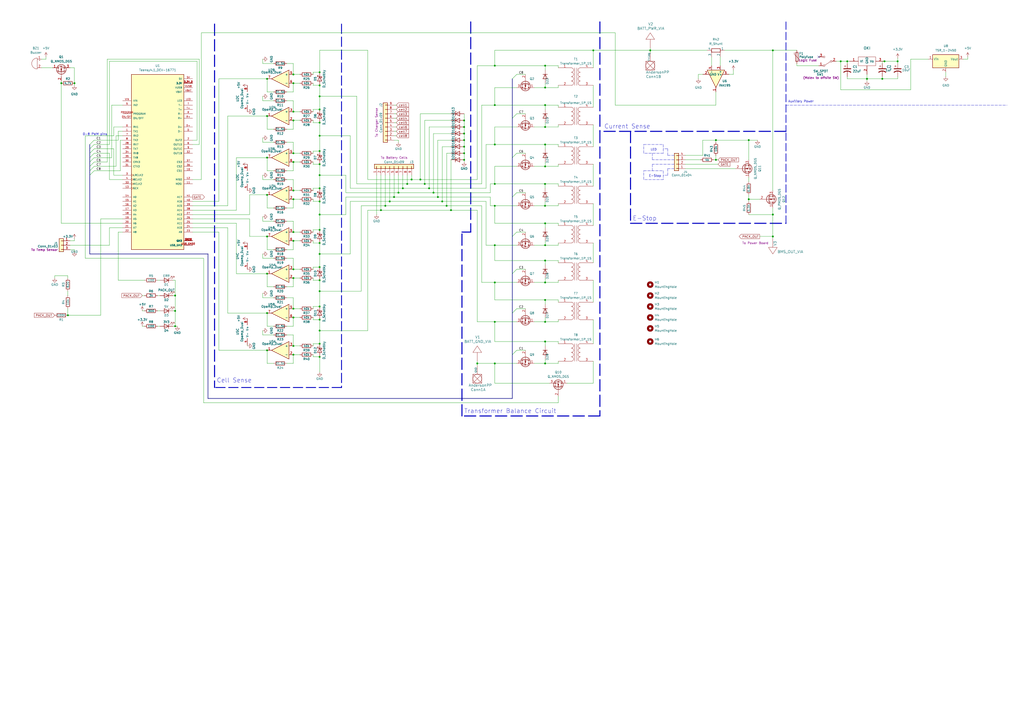
<source format=kicad_sch>
(kicad_sch (version 20211123) (generator eeschema)
  (paper "A2")
  (junction (at 43.18 48.26))
  (junction (at 170.18 184.15))
  (junction (at 287.02 163.83))
  (junction (at 185.42 207.01))
  (junction (at 170.18 88.9))
  (junction (at 170.18 156.21))
  (junction (at 316.23 83.82))
  (junction (at 287.02 83.82))
  (junction (at 238.76 104.14))
  (junction (at 170.18 134.62))
  (junction (at 231.14 111.76))
  (junction (at 269.24 73.66))
  (junction (at 415.29 81.28))
  (junction (at 185.42 55.88))
  (junction (at 154.94 113.03))
  (junction (at 269.24 85.09))
  (junction (at 511.81 45.72))
  (junction (at 287.02 38.1))
  (junction (at 259.08 119.38))
  (junction (at 448.31 124.46))
  (junction (at 228.6 114.3))
  (junction (at 185.42 185.42))
  (junction (at 269.24 69.85))
  (junction (at 170.18 205.74))
  (junction (at 185.42 78.74))
  (junction (at 316.23 38.1))
  (junction (at 185.42 87.63))
  (junction (at 185.42 199.39))
  (junction (at 101.6 180.34))
  (junction (at 154.94 45.72))
  (junction (at 101.6 189.23))
  (junction (at 261.62 121.92))
  (junction (at 256.54 116.84))
  (junction (at 154.94 158.75))
  (junction (at 236.22 106.68))
  (junction (at 287.02 186.69))
  (junction (at 287.02 119.38))
  (junction (at 502.92 45.72))
  (junction (at 316.23 198.12))
  (junction (at 154.94 203.2))
  (junction (at 287.02 106.68))
  (junction (at 513.08 35.56))
  (junction (at 246.38 106.68))
  (junction (at 248.92 109.22))
  (junction (at 185.42 101.6))
  (junction (at 185.42 49.53))
  (junction (at 39.37 182.88))
  (junction (at 287.02 60.96))
  (junction (at 287.02 142.24))
  (junction (at 316.23 151.13))
  (junction (at 269.24 81.28))
  (junction (at 415.29 92.71))
  (junction (at 269.24 92.71))
  (junction (at 487.68 35.56))
  (junction (at 170.18 43.18))
  (junction (at 170.18 93.98))
  (junction (at 185.42 41.91))
  (junction (at 287.02 210.82))
  (junction (at 520.7 35.56))
  (junction (at 170.18 161.29))
  (junction (at 316.23 163.83))
  (junction (at 170.18 115.57))
  (junction (at 448.31 137.16))
  (junction (at 154.94 91.44))
  (junction (at 344.17 29.21))
  (junction (at 185.42 63.5))
  (junction (at 154.94 137.16))
  (junction (at 220.98 121.92))
  (junction (at 185.42 168.91))
  (junction (at 170.18 64.77))
  (junction (at 316.23 60.96))
  (junction (at 316.23 173.99))
  (junction (at 185.42 109.22))
  (junction (at 377.19 29.21))
  (junction (at 170.18 200.66))
  (junction (at 185.42 71.12))
  (junction (at 185.42 177.8))
  (junction (at 316.23 142.24))
  (junction (at 185.42 124.46))
  (junction (at 316.23 129.54))
  (junction (at 185.42 191.77))
  (junction (at 254 114.3))
  (junction (at 154.94 181.61))
  (junction (at 269.24 77.47))
  (junction (at 170.18 179.07))
  (junction (at 316.23 186.69))
  (junction (at 316.23 96.52))
  (junction (at 185.42 147.32))
  (junction (at 233.68 109.22))
  (junction (at 223.52 119.38))
  (junction (at 243.84 104.14))
  (junction (at 269.24 88.9))
  (junction (at 185.42 140.97))
  (junction (at 185.42 95.25))
  (junction (at 101.6 171.45))
  (junction (at 185.42 162.56))
  (junction (at 185.42 116.84))
  (junction (at 170.18 110.49))
  (junction (at 154.94 67.31))
  (junction (at 491.49 35.56))
  (junction (at 316.1697 106.68))
  (junction (at 448.31 29.21))
  (junction (at 185.42 154.94))
  (junction (at 316.1697 119.38))
  (junction (at 185.42 133.35))
  (junction (at 316.23 73.66))
  (junction (at 316.23 210.82))
  (junction (at 434.34 81.28))
  (junction (at 316.23 50.8))
  (junction (at 170.18 139.7))
  (junction (at 276.86 210.82))
  (junction (at 251.46 111.76))
  (junction (at 434.34 115.57))
  (junction (at 170.18 48.26))
  (junction (at 226.06 116.84))
  (junction (at 170.18 69.85))
  (junction (at 35.56 48.26))
  (no_connect (at 474.98 33.02))
  (bus_entry (at 54.61 96.52) (size -2.54 2.54))
  (bus_entry (at 54.61 81.28) (size -2.54 2.54))
  (bus_entry (at 54.61 88.9) (size -2.54 2.54))
  (bus_entry (at 54.61 86.36) (size -2.54 2.54))
  (bus_entry (at 299.72 88.9) (size -2.54 2.54))
  (bus_entry (at 299.72 66.04) (size -2.54 2.54))
  (bus_entry (at 299.72 43.18) (size -2.54 2.54))
  (bus_entry (at 54.61 83.82) (size -2.54 2.54))
  (bus_entry (at 54.61 93.98) (size -2.54 2.54))
  (bus_entry (at 54.61 99.06) (size -2.54 2.54))
  (bus_entry (at 299.72 134.62) (size -2.54 2.54))
  (bus_entry (at 299.72 111.76) (size -2.54 2.54))
  (bus_entry (at 299.72 203.2) (size -2.54 2.54))
  (bus_entry (at 299.72 179.07) (size -2.54 2.54))
  (bus_entry (at 299.72 156.21) (size -2.54 2.54))
  (bus_entry (at 54.61 91.44) (size -2.54 2.54))
  (wire (pts (xy 58.42 182.88) (xy 58.42 127)))
  (wire (pts (xy 185.42 140.97) (xy 185.42 147.32)))
  (wire (pts (xy 58.42 127) (xy 71.12 127)))
  (wire (pts (xy 528.32 34.29) (xy 538.48 34.29)))
  (wire (pts (xy 316.23 198.12) (xy 323.85 198.12)))
  (wire (pts (xy 43.18 144.78) (xy 40.64 144.78)))
  (wire (pts (xy 185.42 147.32) (xy 203.2 147.32)))
  (wire (pts (xy 170.18 104.14) (xy 166.37 104.14)))
  (wire (pts (xy 154.94 210.82) (xy 154.94 203.2)))
  (wire (pts (xy 323.85 49.53) (xy 323.85 50.8)))
  (wire (pts (xy 170.18 194.31) (xy 166.37 194.31)))
  (wire (pts (xy 299.72 66.04) (xy 304.8 66.04)))
  (wire (pts (xy 284.48 106.68) (xy 287.02 106.68)))
  (polyline (pts (xy 373.38 88.9) (xy 373.38 83.82)))
  (wire (pts (xy 213.36 104.14) (xy 238.76 104.14)))
  (wire (pts (xy 425.45 40.64) (xy 425.45 43.18)))
  (wire (pts (xy 63.5 88.9) (xy 63.5 104.14)))
  (wire (pts (xy 309.88 96.52) (xy 316.23 96.52)))
  (wire (pts (xy 54.61 83.82) (xy 63.5 83.82)))
  (wire (pts (xy 254 114.3) (xy 284.48 114.3)))
  (wire (pts (xy 417.83 33.02) (xy 417.83 38.1)))
  (wire (pts (xy 54.61 99.06) (xy 69.85 99.06)))
  (wire (pts (xy 39.37 160.02) (xy 39.37 161.29)))
  (polyline (pts (xy 455.93 76.2) (xy 347.98 76.2)) (stroke (width 0.6)))
  (polyline (pts (xy 384.81 99.06) (xy 384.81 104.14)))
  (wire (pts (xy 316.23 186.69) (xy 323.85 186.69)))
  (wire (pts (xy 287.02 119.38) (xy 299.72 119.38)))
  (wire (pts (xy 287.02 29.21) (xy 287.02 38.1)))
  (wire (pts (xy 434.34 81.28) (xy 434.34 92.71)))
  (wire (pts (xy 152.4 125.73) (xy 152.4 128.27)))
  (wire (pts (xy 54.61 86.36) (xy 66.04 86.36)))
  (wire (pts (xy 299.72 88.9) (xy 304.8 88.9)))
  (wire (pts (xy 316.23 184.15) (xy 316.23 186.69)))
  (wire (pts (xy 316.23 83.82) (xy 316.23 86.36)))
  (wire (pts (xy 63.5 35.56) (xy 63.5 83.82)))
  (wire (pts (xy 158.75 189.23) (xy 154.94 189.23)))
  (wire (pts (xy 502.92 45.72) (xy 491.49 45.72)))
  (wire (pts (xy 412.75 33.02) (xy 412.75 38.1)))
  (wire (pts (xy 144.78 137.16) (xy 144.78 127)))
  (wire (pts (xy 287.02 50.8) (xy 287.02 60.96)))
  (wire (pts (xy 276.86 210.82) (xy 287.02 210.82)))
  (wire (pts (xy 287.02 119.38) (xy 284.48 119.38)))
  (wire (pts (xy 181.61 199.39) (xy 185.42 199.39)))
  (wire (pts (xy 213.36 29.21) (xy 213.36 104.14)))
  (wire (pts (xy 487.68 52.07) (xy 487.68 35.56)))
  (wire (pts (xy 316.23 71.12) (xy 316.23 73.66)))
  (wire (pts (xy 170.18 82.55) (xy 166.37 82.55)))
  (wire (pts (xy 511.81 44.45) (xy 511.81 45.72)))
  (wire (pts (xy 82.55 171.45) (xy 83.82 171.45)))
  (wire (pts (xy 377.19 29.21) (xy 377.19 30.48)))
  (bus (pts (xy 297.18 45.72) (xy 297.18 68.58)))
  (wire (pts (xy 323.85 186.69) (xy 323.85 185.42)))
  (wire (pts (xy 66.04 73.66) (xy 71.12 73.66)))
  (wire (pts (xy 127 203.2) (xy 154.94 203.2)))
  (wire (pts (xy 251.46 111.76) (xy 284.48 111.76)))
  (wire (pts (xy 154.94 189.23) (xy 154.94 181.61)))
  (wire (pts (xy 43.18 139.7) (xy 43.18 138.43)))
  (wire (pts (xy 344.17 140.97) (xy 344.17 152.4)))
  (wire (pts (xy 144.78 137.16) (xy 154.94 137.16)))
  (wire (pts (xy 62.23 34.29) (xy 115.57 34.29)))
  (polyline (pts (xy 373.38 99.06) (xy 384.81 99.06)))
  (wire (pts (xy 170.18 205.74) (xy 173.99 205.74)))
  (wire (pts (xy 415.29 90.17) (xy 415.29 92.71)))
  (polyline (pts (xy 198.12 224.79) (xy 124.46 224.79)) (stroke (width 0.5)))
  (bus (pts (xy 52.07 93.98) (xy 52.07 96.52)))
  (wire (pts (xy 407.67 90.17) (xy 407.67 81.28)))
  (wire (pts (xy 181.61 93.98) (xy 181.61 95.25)))
  (wire (pts (xy 170.18 93.98) (xy 170.18 99.06)))
  (wire (pts (xy 316.23 60.96) (xy 316.23 63.5)))
  (wire (pts (xy 276.86 210.82) (xy 276.86 212.09)))
  (wire (pts (xy 170.18 110.49) (xy 173.99 110.49)))
  (wire (pts (xy 228.6 114.3) (xy 254 114.3)))
  (wire (pts (xy 284.48 119.38) (xy 284.48 114.3)))
  (wire (pts (xy 170.18 161.29) (xy 170.18 166.37)))
  (wire (pts (xy 448.31 120.65) (xy 448.31 124.46)))
  (wire (pts (xy 39.37 179.07) (xy 39.37 182.88)))
  (polyline (pts (xy 378.46 92.71) (xy 378.46 88.9)))
  (wire (pts (xy 185.42 55.88) (xy 185.42 63.5)))
  (wire (pts (xy 269.24 85.09) (xy 269.24 88.9)))
  (wire (pts (xy 520.7 35.56) (xy 520.7 36.83)))
  (wire (pts (xy 233.68 109.22) (xy 233.68 101.6)))
  (wire (pts (xy 213.36 121.92) (xy 220.98 121.92)))
  (wire (pts (xy 287.02 106.68) (xy 316.1697 106.68)))
  (wire (pts (xy 356.87 60.96) (xy 415.29 60.96)))
  (wire (pts (xy 185.42 101.6) (xy 185.42 109.22)))
  (wire (pts (xy 170.18 53.34) (xy 166.37 53.34)))
  (wire (pts (xy 181.61 154.94) (xy 185.42 154.94)))
  (wire (pts (xy 328.93 222.25) (xy 344.17 222.25)))
  (wire (pts (xy 397.51 97.79) (xy 426.72 97.79)))
  (wire (pts (xy 316.23 173.99) (xy 316.23 176.53)))
  (polyline (pts (xy 124.46 13.97) (xy 124.46 224.79)) (stroke (width 0.6)))
  (wire (pts (xy 115.57 34.29) (xy 115.57 83.82)))
  (wire (pts (xy 269.24 69.85) (xy 269.24 73.66)))
  (wire (pts (xy 316.23 38.1) (xy 316.23 40.64)))
  (wire (pts (xy 309.88 186.69) (xy 316.23 186.69)))
  (wire (pts (xy 316.23 129.54) (xy 323.85 129.54)))
  (wire (pts (xy 511.81 35.56) (xy 513.08 35.56)))
  (wire (pts (xy 287.02 151.13) (xy 316.23 151.13)))
  (wire (pts (xy 158.75 74.93) (xy 154.94 74.93)))
  (wire (pts (xy 185.42 29.21) (xy 185.42 41.91)))
  (wire (pts (xy 66.04 101.6) (xy 71.12 101.6)))
  (wire (pts (xy 236.22 106.68) (xy 246.38 106.68)))
  (polyline (pts (xy 347.98 12.7) (xy 347.98 76.2)) (stroke (width 0.6)))
  (wire (pts (xy 181.61 207.01) (xy 185.42 207.01)))
  (wire (pts (xy 226.06 116.84) (xy 256.54 116.84)))
  (wire (pts (xy 287.02 142.24) (xy 299.72 142.24)))
  (wire (pts (xy 209.55 168.91) (xy 185.42 168.91)))
  (polyline (pts (xy 455.93 60.96) (xy 584.2 60.96)))
  (bus (pts (xy 297.18 205.74) (xy 297.18 231.14)))
  (wire (pts (xy 100.33 189.23) (xy 101.6 189.23)))
  (wire (pts (xy 181.61 185.42) (xy 185.42 185.42)))
  (wire (pts (xy 243.84 66.04) (xy 243.84 104.14)))
  (wire (pts (xy 181.61 139.7) (xy 181.61 140.97)))
  (wire (pts (xy 259.08 119.38) (xy 279.4 119.38)))
  (polyline (pts (xy 384.81 83.82) (xy 384.81 88.9)))
  (wire (pts (xy 185.42 95.25) (xy 185.42 101.6)))
  (wire (pts (xy 407.67 81.28) (xy 415.29 81.28)))
  (wire (pts (xy 170.18 115.57) (xy 170.18 120.65)))
  (wire (pts (xy 152.4 128.27) (xy 158.75 128.27)))
  (wire (pts (xy 185.42 162.56) (xy 185.42 168.91)))
  (wire (pts (xy 116.84 19.05) (xy 116.84 104.14)))
  (wire (pts (xy 248.92 73.66) (xy 248.92 109.22)))
  (wire (pts (xy 200.66 124.46) (xy 200.66 114.3)))
  (wire (pts (xy 54.61 96.52) (xy 67.31 96.52)))
  (wire (pts (xy 323.85 60.96) (xy 323.85 62.23)))
  (wire (pts (xy 114.3 35.56) (xy 63.5 35.56)))
  (wire (pts (xy 279.4 106.68) (xy 279.4 60.96)))
  (wire (pts (xy 462.28 36.83) (xy 462.28 38.1)))
  (wire (pts (xy 66.04 78.74) (xy 66.04 73.66)))
  (wire (pts (xy 111.76 104.14) (xy 116.84 104.14)))
  (wire (pts (xy 287.02 142.24) (xy 287.02 151.13)))
  (wire (pts (xy 152.4 34.29) (xy 152.4 36.83)))
  (wire (pts (xy 287.02 198.12) (xy 316.23 198.12)))
  (wire (pts (xy 414.02 92.71) (xy 415.29 92.71)))
  (wire (pts (xy 144.78 113.03) (xy 144.78 124.46)))
  (wire (pts (xy 152.4 104.14) (xy 158.75 104.14)))
  (wire (pts (xy 344.17 49.53) (xy 344.17 62.23)))
  (wire (pts (xy 448.31 29.21) (xy 448.31 110.49)))
  (wire (pts (xy 170.18 156.21) (xy 173.99 156.21)))
  (wire (pts (xy 203.2 147.32) (xy 203.2 116.84)))
  (wire (pts (xy 170.18 179.07) (xy 173.99 179.07)))
  (wire (pts (xy 68.58 76.2) (xy 71.12 76.2)))
  (wire (pts (xy 170.18 144.78) (xy 166.37 144.78)))
  (wire (pts (xy 185.42 55.88) (xy 207.01 55.88)))
  (wire (pts (xy 68.58 162.56) (xy 68.58 134.62)))
  (wire (pts (xy 68.58 162.56) (xy 83.82 162.56)))
  (wire (pts (xy 316.23 129.54) (xy 316.23 132.08)))
  (wire (pts (xy 49.53 78.74) (xy 66.04 78.74)))
  (wire (pts (xy 170.18 36.83) (xy 166.37 36.83)))
  (wire (pts (xy 316.23 142.24) (xy 323.85 142.24)))
  (wire (pts (xy 299.72 156.21) (xy 304.8 156.21)))
  (wire (pts (xy 323.85 198.12) (xy 323.85 199.39)))
  (wire (pts (xy 248.92 73.66) (xy 261.62 73.66)))
  (wire (pts (xy 181.61 134.62) (xy 181.61 133.35)))
  (polyline (pts (xy 387.35 97.79) (xy 387.35 101.6)))
  (wire (pts (xy 181.61 64.77) (xy 181.61 63.5)))
  (bus (pts (xy 297.18 114.3) (xy 297.18 137.16)))
  (wire (pts (xy 170.18 64.77) (xy 173.99 64.77)))
  (wire (pts (xy 323.85 151.13) (xy 323.85 152.4)))
  (wire (pts (xy 226.06 116.84) (xy 226.06 101.6)))
  (wire (pts (xy 228.6 78.74) (xy 229.87 78.74)))
  (wire (pts (xy 137.16 158.75) (xy 154.94 158.75)))
  (polyline (pts (xy 347.98 241.3) (xy 267.97 241.3)) (stroke (width 0.6)))
  (wire (pts (xy 54.61 93.98) (xy 62.23 93.98)))
  (wire (pts (xy 491.49 35.56) (xy 491.49 36.83)))
  (wire (pts (xy 344.17 72.39) (xy 344.17 85.09)))
  (wire (pts (xy 316.23 139.7) (xy 316.23 142.24)))
  (wire (pts (xy 513.08 35.56) (xy 520.7 35.56)))
  (wire (pts (xy 323.85 118.11) (xy 323.85 119.38)))
  (wire (pts (xy 170.18 189.23) (xy 166.37 189.23)))
  (wire (pts (xy 91.44 171.45) (xy 92.71 171.45)))
  (wire (pts (xy 344.17 29.21) (xy 344.17 39.37)))
  (wire (pts (xy 259.08 88.9) (xy 259.08 119.38)))
  (wire (pts (xy 101.6 171.45) (xy 101.6 162.56)))
  (wire (pts (xy 520.7 35.56) (xy 520.7 33.655)))
  (wire (pts (xy 152.4 55.88) (xy 152.4 58.42)))
  (wire (pts (xy 287.02 83.82) (xy 316.23 83.82)))
  (wire (pts (xy 299.72 203.2) (xy 304.8 203.2)))
  (wire (pts (xy 181.61 162.56) (xy 185.42 162.56)))
  (wire (pts (xy 137.16 129.54) (xy 111.76 129.54)))
  (wire (pts (xy 448.31 137.16) (xy 448.31 138.43)))
  (wire (pts (xy 181.61 177.8) (xy 185.42 177.8)))
  (wire (pts (xy 228.6 73.66) (xy 229.87 73.66)))
  (wire (pts (xy 181.61 41.91) (xy 185.42 41.91)))
  (wire (pts (xy 35.56 129.54) (xy 71.12 129.54)))
  (wire (pts (xy 316.1697 116.84) (xy 316.1697 119.38)))
  (wire (pts (xy 228.6 68.58) (xy 229.87 68.58)))
  (wire (pts (xy 132.08 181.61) (xy 154.94 181.61)))
  (wire (pts (xy 561.34 34.29) (xy 558.8 34.29)))
  (wire (pts (xy 344.17 118.11) (xy 344.17 130.81)))
  (wire (pts (xy 54.61 81.28) (xy 68.58 81.28)))
  (wire (pts (xy 261.62 121.92) (xy 276.86 121.92)))
  (wire (pts (xy 299.72 43.18) (xy 304.8 43.18)))
  (wire (pts (xy 528.32 52.07) (xy 528.32 34.29)))
  (wire (pts (xy 207.01 55.88) (xy 207.01 106.68)))
  (wire (pts (xy 170.18 184.15) (xy 173.99 184.15)))
  (wire (pts (xy 287.02 73.66) (xy 299.72 73.66)))
  (wire (pts (xy 238.76 104.14) (xy 243.84 104.14)))
  (wire (pts (xy 209.55 119.38) (xy 223.52 119.38)))
  (wire (pts (xy 118.11 233.68) (xy 118.11 149.86)))
  (wire (pts (xy 309.88 73.66) (xy 316.23 73.66)))
  (wire (pts (xy 344.17 162.56) (xy 344.17 175.26)))
  (wire (pts (xy 287.02 210.82) (xy 299.72 210.82)))
  (wire (pts (xy 152.4 82.55) (xy 158.75 82.55)))
  (wire (pts (xy 279.4 119.38) (xy 279.4 163.83)))
  (wire (pts (xy 170.18 128.27) (xy 170.18 134.62)))
  (wire (pts (xy 91.44 189.23) (xy 92.71 189.23)))
  (wire (pts (xy 158.75 53.34) (xy 154.94 53.34)))
  (wire (pts (xy 220.98 121.92) (xy 261.62 121.92)))
  (bus (pts (xy 52.07 83.82) (xy 52.07 86.36)))
  (wire (pts (xy 63.5 104.14) (xy 71.12 104.14)))
  (wire (pts (xy 127 45.72) (xy 154.94 45.72)))
  (wire (pts (xy 287.02 210.82) (xy 287.02 222.25)))
  (wire (pts (xy 287.02 50.8) (xy 299.72 50.8)))
  (wire (pts (xy 152.4 194.31) (xy 158.75 194.31)))
  (polyline (pts (xy 387.35 101.6) (xy 384.81 101.6)))
  (wire (pts (xy 276.86 38.1) (xy 287.02 38.1)))
  (wire (pts (xy 284.48 111.76) (xy 284.48 106.68)))
  (wire (pts (xy 276.86 104.14) (xy 276.86 38.1)))
  (wire (pts (xy 185.42 78.74) (xy 203.2 78.74)))
  (wire (pts (xy 434.34 115.57) (xy 434.34 116.84)))
  (wire (pts (xy 185.42 207.01) (xy 185.42 215.9)))
  (wire (pts (xy 127 45.72) (xy 127 116.84)))
  (polyline (pts (xy 373.38 104.14) (xy 373.38 99.06)))
  (wire (pts (xy 254 81.28) (xy 254 114.3)))
  (wire (pts (xy 287.02 60.96) (xy 316.23 60.96)))
  (wire (pts (xy 185.42 78.74) (xy 185.42 87.63)))
  (wire (pts (xy 181.61 69.85) (xy 181.61 71.12)))
  (wire (pts (xy 287.02 38.1) (xy 316.23 38.1)))
  (wire (pts (xy 261.62 88.9) (xy 259.08 88.9)))
  (wire (pts (xy 137.16 121.92) (xy 111.76 121.92)))
  (wire (pts (xy 344.17 185.42) (xy 344.17 199.39)))
  (wire (pts (xy 40.64 139.7) (xy 43.18 139.7)))
  (wire (pts (xy 170.18 58.42) (xy 170.18 64.77)))
  (wire (pts (xy 316.23 96.52) (xy 323.85 96.52)))
  (polyline (pts (xy 391.16 97.79) (xy 387.35 97.79)))
  (wire (pts (xy 316.23 73.66) (xy 323.85 73.66)))
  (wire (pts (xy 248.92 109.22) (xy 281.94 109.22)))
  (polyline (pts (xy 198.12 13.97) (xy 198.12 224.79)) (stroke (width 0.5)))
  (wire (pts (xy 181.61 88.9) (xy 181.61 87.63)))
  (wire (pts (xy 228.6 66.04) (xy 229.87 66.04)))
  (wire (pts (xy 316.23 208.28) (xy 316.23 210.82)))
  (wire (pts (xy 67.31 78.74) (xy 71.12 78.74)))
  (wire (pts (xy 281.94 116.84) (xy 281.94 142.24)))
  (polyline (pts (xy 455.93 129.54) (xy 455.93 76.2)) (stroke (width 0.4)))
  (wire (pts (xy 287.02 29.21) (xy 344.17 29.21)))
  (wire (pts (xy 287.02 129.54) (xy 316.23 129.54)))
  (wire (pts (xy 323.85 233.68) (xy 118.11 233.68)))
  (wire (pts (xy 356.87 19.05) (xy 116.84 19.05)))
  (wire (pts (xy 170.18 128.27) (xy 166.37 128.27)))
  (wire (pts (xy 281.94 142.24) (xy 287.02 142.24)))
  (wire (pts (xy 185.42 124.46) (xy 185.42 133.35)))
  (wire (pts (xy 269.24 92.71) (xy 269.24 88.9)))
  (wire (pts (xy 137.16 91.44) (xy 137.16 121.92)))
  (wire (pts (xy 309.88 163.83) (xy 316.23 163.83)))
  (wire (pts (xy 54.61 91.44) (xy 64.77 91.44)))
  (wire (pts (xy 91.44 180.34) (xy 92.71 180.34)))
  (wire (pts (xy 323.85 209.55) (xy 323.85 210.82)))
  (wire (pts (xy 251.46 77.47) (xy 261.62 77.47)))
  (wire (pts (xy 185.42 185.42) (xy 185.42 191.77)))
  (polyline (pts (xy 267.97 241.3) (xy 267.97 134.62)) (stroke (width 0.6)))
  (wire (pts (xy 309.88 210.82) (xy 316.23 210.82)))
  (wire (pts (xy 40.64 39.37) (xy 43.18 39.37)))
  (wire (pts (xy 185.42 124.46) (xy 200.66 124.46)))
  (bus (pts (xy 52.07 96.52) (xy 52.07 99.06)))
  (wire (pts (xy 276.86 209.55) (xy 276.86 210.82)))
  (wire (pts (xy 91.44 162.56) (xy 92.71 162.56)))
  (wire (pts (xy 170.18 172.72) (xy 166.37 172.72)))
  (wire (pts (xy 170.18 184.15) (xy 170.18 189.23)))
  (wire (pts (xy 323.85 229.87) (xy 323.85 233.68)))
  (wire (pts (xy 377.19 29.21) (xy 410.21 29.21)))
  (wire (pts (xy 152.4 147.32) (xy 152.4 149.86)))
  (wire (pts (xy 185.42 191.77) (xy 213.36 191.77)))
  (wire (pts (xy 203.2 116.84) (xy 226.06 116.84)))
  (wire (pts (xy 158.75 120.65) (xy 154.94 120.65)))
  (wire (pts (xy 415.29 81.28) (xy 434.34 81.28)))
  (wire (pts (xy 69.85 99.06) (xy 69.85 81.28)))
  (wire (pts (xy 309.88 142.24) (xy 316.23 142.24)))
  (wire (pts (xy 152.4 80.01) (xy 152.4 82.55)))
  (wire (pts (xy 287.02 96.52) (xy 299.72 96.52)))
  (polyline (pts (xy 365.76 76.2) (xy 365.76 129.54)) (stroke (width 0.6)))
  (wire (pts (xy 316.23 38.1) (xy 323.85 38.1)))
  (wire (pts (xy 170.18 115.57) (xy 173.99 115.57)))
  (wire (pts (xy 231.14 111.76) (xy 251.46 111.76)))
  (wire (pts (xy 181.61 115.57) (xy 181.61 116.84)))
  (wire (pts (xy 218.44 101.6) (xy 218.44 124.46)))
  (wire (pts (xy 137.16 158.75) (xy 137.16 129.54)))
  (wire (pts (xy 170.18 58.42) (xy 166.37 58.42)))
  (wire (pts (xy 24.13 34.29) (xy 26.67 34.29)))
  (wire (pts (xy 420.37 29.21) (xy 448.31 29.21)))
  (bus (pts (xy 297.18 231.14) (xy 120.65 231.14)))
  (wire (pts (xy 434.34 81.28) (xy 439.42 81.28)))
  (bus (pts (xy 52.07 88.9) (xy 52.07 91.44)))
  (wire (pts (xy 440.69 137.16) (xy 448.31 137.16)))
  (wire (pts (xy 170.18 205.74) (xy 170.18 210.82)))
  (wire (pts (xy 397.51 90.17) (xy 407.67 90.17)))
  (wire (pts (xy 82.55 189.23) (xy 83.82 189.23)))
  (wire (pts (xy 67.31 96.52) (xy 67.31 78.74)))
  (wire (pts (xy 170.18 139.7) (xy 170.18 144.78)))
  (wire (pts (xy 170.18 200.66) (xy 173.99 200.66)))
  (wire (pts (xy 181.61 116.84) (xy 185.42 116.84)))
  (wire (pts (xy 118.11 149.86) (xy 49.53 149.86)))
  (wire (pts (xy 425.45 43.18) (xy 422.91 43.18)))
  (wire (pts (xy 181.61 110.49) (xy 181.61 109.22)))
  (wire (pts (xy 323.85 162.56) (xy 323.85 163.83)))
  (wire (pts (xy 415.29 81.28) (xy 415.29 82.55)))
  (wire (pts (xy 316.23 93.98) (xy 316.23 96.52)))
  (wire (pts (xy 132.08 181.61) (xy 132.08 132.08)))
  (wire (pts (xy 200.66 111.76) (xy 231.14 111.76)))
  (wire (pts (xy 170.18 194.31) (xy 170.18 200.66)))
  (bus (pts (xy 297.18 91.44) (xy 297.18 114.3)))
  (wire (pts (xy 220.98 121.92) (xy 220.98 101.6)))
  (wire (pts (xy 434.34 113.03) (xy 434.34 115.57)))
  (wire (pts (xy 152.4 58.42) (xy 158.75 58.42)))
  (wire (pts (xy 397.51 92.71) (xy 406.4 92.71)))
  (wire (pts (xy 502.92 43.18) (xy 502.92 45.72)))
  (wire (pts (xy 316.23 163.83) (xy 323.85 163.83)))
  (wire (pts (xy 407.67 43.18) (xy 405.13 43.18)))
  (polyline (pts (xy 273.05 12.7) (xy 273.05 134.62)) (stroke (width 0.6)))
  (wire (pts (xy 170.18 104.14) (xy 170.18 110.49)))
  (polyline (pts (xy 387.35 90.17) (xy 387.35 86.36)))
  (wire (pts (xy 316.23 210.82) (xy 323.85 210.82)))
  (bus (pts (xy 297.18 68.58) (xy 297.18 91.44)))
  (wire (pts (xy 243.84 104.14) (xy 276.86 104.14)))
  (wire (pts (xy 316.1697 106.68) (xy 316.1697 109.22)))
  (wire (pts (xy 170.18 149.86) (xy 170.18 156.21)))
  (wire (pts (xy 170.18 210.82) (xy 166.37 210.82)))
  (wire (pts (xy 185.42 191.77) (xy 185.42 199.39)))
  (wire (pts (xy 344.17 95.25) (xy 344.17 107.95)))
  (wire (pts (xy 316.23 83.82) (xy 323.85 83.82)))
  (wire (pts (xy 154.94 99.06) (xy 154.94 91.44)))
  (wire (pts (xy 213.36 191.77) (xy 213.36 121.92)))
  (wire (pts (xy 207.01 106.68) (xy 236.22 106.68)))
  (wire (pts (xy 181.61 95.25) (xy 185.42 95.25)))
  (wire (pts (xy 415.29 53.34) (xy 415.29 60.96)))
  (wire (pts (xy 228.6 76.2) (xy 229.87 76.2)))
  (wire (pts (xy 31.75 161.29) (xy 31.75 160.02)))
  (wire (pts (xy 238.76 101.6) (xy 238.76 104.14)))
  (wire (pts (xy 154.94 166.37) (xy 154.94 158.75)))
  (wire (pts (xy 561.34 33.02) (xy 561.34 34.29)))
  (wire (pts (xy 158.75 144.78) (xy 154.94 144.78)))
  (wire (pts (xy 256.54 85.09) (xy 256.54 116.84)))
  (wire (pts (xy 228.6 114.3) (xy 228.6 101.6)))
  (wire (pts (xy 269.24 77.47) (xy 269.24 81.28)))
  (wire (pts (xy 228.6 63.5) (xy 229.87 63.5)))
  (wire (pts (xy 316.1697 119.38) (xy 323.85 119.38)))
  (wire (pts (xy 170.18 48.26) (xy 170.18 53.34)))
  (wire (pts (xy 69.85 81.28) (xy 71.12 81.28)))
  (wire (pts (xy 170.18 166.37) (xy 166.37 166.37)))
  (polyline (pts (xy 267.97 134.62) (xy 273.05 134.62)) (stroke (width 0.6)))
  (wire (pts (xy 152.4 101.6) (xy 152.4 104.14)))
  (wire (pts (xy 181.61 205.74) (xy 181.61 207.01)))
  (wire (pts (xy 68.58 134.62) (xy 71.12 134.62)))
  (wire (pts (xy 181.61 179.07) (xy 181.61 177.8)))
  (wire (pts (xy 143.51 200.025) (xy 143.51 200.66)))
  (wire (pts (xy 100.33 162.56) (xy 101.6 162.56)))
  (wire (pts (xy 152.4 191.77) (xy 152.4 194.31)))
  (wire (pts (xy 170.18 48.26) (xy 173.99 48.26)))
  (wire (pts (xy 256.54 116.84) (xy 281.94 116.84)))
  (wire (pts (xy 181.61 63.5) (xy 185.42 63.5)))
  (wire (pts (xy 170.18 43.18) (xy 173.99 43.18)))
  (wire (pts (xy 228.6 71.12) (xy 229.87 71.12)))
  (wire (pts (xy 323.85 83.82) (xy 323.85 85.09)))
  (wire (pts (xy 269.24 73.66) (xy 269.24 77.47)))
  (wire (pts (xy 43.18 48.26) (xy 43.18 49.53)))
  (polyline (pts (xy 391.16 95.25) (xy 378.46 95.25)))
  (wire (pts (xy 132.08 67.31) (xy 154.94 67.31)))
  (wire (pts (xy 269.24 92.71) (xy 269.24 93.98)))
  (wire (pts (xy 261.62 92.71) (xy 261.62 121.92)))
  (wire (pts (xy 269.24 66.04) (xy 269.24 69.85)))
  (wire (pts (xy 158.75 166.37) (xy 154.94 166.37)))
  (wire (pts (xy 170.18 99.06) (xy 166.37 99.06)))
  (wire (pts (xy 279.4 60.96) (xy 287.02 60.96)))
  (wire (pts (xy 181.61 161.29) (xy 181.61 162.56)))
  (wire (pts (xy 269.24 81.28) (xy 269.24 85.09)))
  (wire (pts (xy 316.23 198.12) (xy 316.23 200.66)))
  (wire (pts (xy 144.78 127) (xy 111.76 127)))
  (wire (pts (xy 281.94 109.22) (xy 281.94 83.82)))
  (wire (pts (xy 43.18 39.37) (xy 43.18 48.26)))
  (wire (pts (xy 158.75 99.06) (xy 154.94 99.06)))
  (wire (pts (xy 115.57 83.82) (xy 111.76 83.82)))
  (wire (pts (xy 170.18 82.55) (xy 170.18 88.9)))
  (wire (pts (xy 316.23 161.29) (xy 316.23 163.83)))
  (wire (pts (xy 114.3 81.28) (xy 114.3 35.56)))
  (wire (pts (xy 491.49 45.72) (xy 491.49 44.45)))
  (wire (pts (xy 144.78 124.46) (xy 111.76 124.46)))
  (wire (pts (xy 82.55 180.34) (xy 83.82 180.34)))
  (wire (pts (xy 185.42 71.12) (xy 185.42 78.74)))
  (wire (pts (xy 254 81.28) (xy 261.62 81.28)))
  (wire (pts (xy 100.33 180.34) (xy 101.6 180.34)))
  (wire (pts (xy 132.08 132.08) (xy 111.76 132.08)))
  (wire (pts (xy 35.56 48.26) (xy 35.56 129.54)))
  (wire (pts (xy 101.6 189.23) (xy 101.6 180.34)))
  (wire (pts (xy 276.86 186.69) (xy 287.02 186.69)))
  (wire (pts (xy 246.38 69.85) (xy 261.62 69.85)))
  (bus (pts (xy 52.07 99.06) (xy 52.07 101.6)))
  (wire (pts (xy 144.78 113.03) (xy 154.94 113.03)))
  (wire (pts (xy 209.55 119.38) (xy 209.55 168.91)))
  (wire (pts (xy 181.61 49.53) (xy 185.42 49.53)))
  (polyline (pts (xy 391.16 90.17) (xy 387.35 90.17)))
  (wire (pts (xy 100.33 171.45) (xy 101.6 171.45)))
  (wire (pts (xy 299.72 134.62) (xy 304.8 134.62)))
  (wire (pts (xy 323.85 142.24) (xy 323.85 140.97)))
  (wire (pts (xy 223.52 101.6) (xy 223.52 119.38)))
  (wire (pts (xy 152.4 172.72) (xy 158.75 172.72)))
  (wire (pts (xy 405.13 43.18) (xy 405.13 45.72)))
  (wire (pts (xy 287.02 186.69) (xy 299.72 186.69)))
  (bus (pts (xy 120.65 147.32) (xy 52.07 147.32)))
  (wire (pts (xy 502.92 45.72) (xy 502.92 46.99)))
  (wire (pts (xy 152.4 36.83) (xy 158.75 36.83)))
  (wire (pts (xy 181.61 43.18) (xy 181.61 41.91)))
  (wire (pts (xy 170.18 139.7) (xy 173.99 139.7)))
  (wire (pts (xy 511.81 35.56) (xy 511.81 36.83)))
  (wire (pts (xy 287.02 222.25) (xy 318.77 222.25)))
  (bus (pts (xy 52.07 91.44) (xy 52.07 93.98)))
  (polyline (pts (xy 455.93 12.7) (xy 455.93 76.2)) (stroke (width 0.4)))
  (wire (pts (xy 251.46 77.47) (xy 251.46 111.76)))
  (wire (pts (xy 299.72 111.76) (xy 304.8 111.76)))
  (wire (pts (xy 528.32 52.07) (xy 487.68 52.07)))
  (wire (pts (xy 487.68 35.56) (xy 491.49 35.56)))
  (wire (pts (xy 111.76 81.28) (xy 114.3 81.28)))
  (wire (pts (xy 154.94 120.65) (xy 154.94 113.03)))
  (wire (pts (xy 231.14 82.55) (xy 231.14 81.28)))
  (bus (pts (xy 52.07 101.6) (xy 52.07 147.32)))
  (wire (pts (xy 316.23 48.26) (xy 316.23 50.8)))
  (wire (pts (xy 462.28 29.21) (xy 448.31 29.21)))
  (wire (pts (xy 170.18 69.85) (xy 173.99 69.85)))
  (wire (pts (xy 246.38 69.85) (xy 246.38 106.68)))
  (wire (pts (xy 170.18 172.72) (xy 170.18 179.07)))
  (wire (pts (xy 39.37 182.88) (xy 58.42 182.88)))
  (wire (pts (xy 24.13 39.37) (xy 30.48 39.37)))
  (wire (pts (xy 181.61 140.97) (xy 185.42 140.97)))
  (wire (pts (xy 49.53 78.74) (xy 49.53 149.86)))
  (wire (pts (xy 101.6 189.23) (xy 102.87 189.23)))
  (wire (pts (xy 279.4 163.83) (xy 287.02 163.83)))
  (polyline (pts (xy 365.76 129.54) (xy 455.93 129.54)) (stroke (width 0.6)))
  (wire (pts (xy 170.18 88.9) (xy 173.99 88.9)))
  (wire (pts (xy 287.02 186.69) (xy 287.02 198.12)))
  (wire (pts (xy 485.14 35.56) (xy 487.68 35.56)))
  (wire (pts (xy 548.64 41.91) (xy 548.64 44.45)))
  (wire (pts (xy 170.18 36.83) (xy 170.18 43.18)))
  (wire (pts (xy 132.08 67.31) (xy 132.08 119.38)))
  (wire (pts (xy 170.18 93.98) (xy 173.99 93.98)))
  (wire (pts (xy 185.42 147.32) (xy 185.42 154.94)))
  (wire (pts (xy 276.86 121.92) (xy 276.86 186.69)))
  (wire (pts (xy 158.75 210.82) (xy 154.94 210.82)))
  (wire (pts (xy 35.56 46.99) (xy 35.56 48.26)))
  (wire (pts (xy 440.69 115.57) (xy 434.34 115.57)))
  (wire (pts (xy 64.77 60.96) (xy 71.12 60.96)))
  (wire (pts (xy 231.14 81.28) (xy 228.6 81.28)))
  (bus (pts (xy 52.07 86.36) (xy 52.07 88.9)))
  (wire (pts (xy 181.61 48.26) (xy 181.61 49.53)))
  (wire (pts (xy 39.37 168.91) (xy 39.37 171.45)))
  (wire (pts (xy 200.66 101.6) (xy 200.66 111.76)))
  (wire (pts (xy 40.64 142.24) (xy 63.5 142.24)))
  (polyline (pts (xy 347.98 76.2) (xy 347.98 241.3)) (stroke (width 0.6)))
  (wire (pts (xy 316.23 173.99) (xy 323.85 173.99)))
  (wire (pts (xy 170.18 134.62) (xy 173.99 134.62)))
  (wire (pts (xy 287.02 119.38) (xy 287.02 129.54)))
  (wire (pts (xy 203.2 109.22) (xy 233.68 109.22)))
  (wire (pts (xy 511.81 45.72) (xy 502.92 45.72)))
  (wire (pts (xy 62.23 93.98) (xy 62.23 34.29)))
  (bus (pts (xy 120.65 231.14) (xy 120.65 147.32)))
  (wire (pts (xy 66.04 86.36) (xy 66.04 101.6)))
  (polyline (pts (xy 384.81 88.9) (xy 373.38 88.9)))
  (wire (pts (xy 185.42 116.84) (xy 185.42 124.46)))
  (wire (pts (xy 137.16 91.44) (xy 154.94 91.44)))
  (wire (pts (xy 152.4 149.86) (xy 158.75 149.86)))
  (wire (pts (xy 415.29 92.71) (xy 416.56 92.71)))
  (wire (pts (xy 181.61 71.12) (xy 185.42 71.12)))
  (wire (pts (xy 323.85 173.99) (xy 323.85 175.26)))
  (wire (pts (xy 181.61 133.35) (xy 185.42 133.35)))
  (polyline (pts (xy 387.35 86.36) (xy 384.81 86.36)))
  (wire (pts (xy 132.08 119.38) (xy 111.76 119.38)))
  (wire (pts (xy 63.5 132.08) (xy 71.12 132.08)))
  (wire (pts (xy 323.85 96.52) (xy 323.85 95.25)))
  (wire (pts (xy 154.94 53.34) (xy 154.94 45.72)))
  (wire (pts (xy 520.7 44.45) (xy 520.7 45.72)))
  (wire (pts (xy 261.62 85.09) (xy 256.54 85.09)))
  (wire (pts (xy 287.02 163.83) (xy 299.72 163.83)))
  (wire (pts (xy 185.42 49.53) (xy 185.42 55.88)))
  (wire (pts (xy 154.94 144.78) (xy 154.94 137.16)))
  (wire (pts (xy 228.6 60.96) (xy 229.87 60.96)))
  (wire (pts (xy 43.18 146.05) (xy 43.18 144.78)))
  (wire (pts (xy 299.72 179.07) (xy 304.8 179.07)))
  (wire (pts (xy 246.38 106.68) (xy 279.4 106.68)))
  (wire (pts (xy 309.88 119.38) (xy 316.1697 119.38)))
  (polyline (pts (xy 391.16 92.71) (xy 378.46 92.71)))
  (wire (pts (xy 170.18 74.93) (xy 166.37 74.93)))
  (wire (pts (xy 323.85 129.54) (xy 323.85 130.81)))
  (wire (pts (xy 344.17 222.25) (xy 344.17 209.55)))
  (wire (pts (xy 185.42 29.21) (xy 213.36 29.21)))
  (wire (pts (xy 281.94 83.82) (xy 287.02 83.82)))
  (wire (pts (xy 462.28 38.1) (xy 474.98 38.1)))
  (wire (pts (xy 323.85 72.39) (xy 323.85 73.66)))
  (wire (pts (xy 316.1697 106.68) (xy 323.85 106.68)))
  (wire (pts (xy 316.23 151.13) (xy 316.23 153.67)))
  (wire (pts (xy 287.02 96.52) (xy 287.02 106.68)))
  (wire (pts (xy 170.18 161.29) (xy 173.99 161.29)))
  (wire (pts (xy 181.61 109.22) (xy 185.42 109.22)))
  (wire (pts (xy 491.49 35.56) (xy 492.76 35.56)))
  (wire (pts (xy 344.17 29.21) (xy 377.19 29.21)))
  (wire (pts (xy 181.61 200.66) (xy 181.61 199.39)))
  (wire (pts (xy 200.66 114.3) (xy 228.6 114.3)))
  (wire (pts (xy 127 134.62) (xy 111.76 134.62)))
  (wire (pts (xy 309.88 50.8) (xy 316.23 50.8)))
  (wire (pts (xy 434.34 124.46) (xy 448.31 124.46)))
  (wire (pts (xy 170.18 120.65) (xy 166.37 120.65)))
  (wire (pts (xy 181.61 184.15) (xy 181.61 185.42)))
  (wire (pts (xy 316.23 151.13) (xy 323.85 151.13)))
  (wire (pts (xy 434.34 102.87) (xy 434.34 105.41)))
  (polyline (pts (xy 384.81 104.14) (xy 373.38 104.14)))
  (wire (pts (xy 287.02 73.66) (xy 287.02 83.82)))
  (wire (pts (xy 181.61 156.21) (xy 181.61 154.94)))
  (wire (pts (xy 63.5 142.24) (xy 63.5 132.08)))
  (wire (pts (xy 127 116.84) (xy 111.76 116.84)))
  (wire (pts (xy 236.22 106.68) (xy 236.22 101.6)))
  (wire (pts (xy 31.75 160.02) (xy 39.37 160.02)))
  (wire (pts (xy 287.02 173.99) (xy 316.23 173.99)))
  (wire (pts (xy 323.85 106.68) (xy 323.85 107.95)))
  (wire (pts (xy 152.4 170.18) (xy 152.4 172.72)))
  (polyline (pts (xy 378.46 95.25) (xy 378.46 99.06)))
  (wire (pts (xy 397.51 95.25) (xy 416.56 95.25)))
  (wire (pts (xy 377.19 27.94) (xy 377.19 29.21)))
  (wire (pts (xy 181.61 87.63) (xy 185.42 87.63)))
  (wire (pts (xy 26.67 34.29) (xy 26.67 33.02)))
  (wire (pts (xy 356.87 60.96) (xy 356.87 19.05)))
  (wire (pts (xy 448.31 124.46) (xy 448.31 137.16)))
  (wire (pts (xy 233.68 109.22) (xy 248.92 109.22)))
  (wire (pts (xy 185.42 168.91) (xy 185.42 177.8)))
  (wire (pts (xy 64.77 91.44) (xy 64.77 60.96)))
  (wire (pts (xy 68.58 81.28) (xy 68.58 76.2)))
  (polyline (pts (xy 373.38 83.82) (xy 384.81 83.82)))
  (bus (pts (xy 297.18 158.75) (xy 297.18 181.61)))
  (wire (pts (xy 154.94 74.93) (xy 154.94 67.31)))
  (bus (pts (xy 297.18 137.16) (xy 297.18 158.75)))
  (wire (pts (xy 170.18 149.86) (xy 166.37 149.86)))
  (wire (pts (xy 127 203.2) (xy 127 134.62)))
  (wire (pts (xy 323.85 38.1) (xy 323.85 39.37)))
  (wire (pts (xy 223.52 119.38) (xy 259.08 119.38)))
  (wire (pts (xy 101.6 180.34) (xy 101.6 171.45)))
  (wire (pts (xy 316.23 60.96) (xy 323.85 60.96)))
  (wire (pts (xy 170.18 69.85) (xy 170.18 74.93)))
  (wire (pts (xy 185.42 101.6) (xy 200.66 101.6)))
  (wire (pts (xy 203.2 78.74) (xy 203.2 109.22)))
  (wire (pts (xy 231.14 111.76) (xy 231.14 101.6)))
  (bus (pts (xy 297.18 181.61) (xy 297.18 205.74)))
  (wire (pts (xy 316.23 50.8) (xy 323.85 50.8)))
  (wire (pts (xy 54.61 88.9) (xy 63.5 88.9)))
  (wire (pts (xy 243.84 66.04) (xy 261.62 66.04)))
  (wire (pts (xy 511.81 45.72) (xy 520.7 45.72)))
  (wire (pts (xy 287.02 163.83) (xy 287.02 173.99)))
  (text "Cell Sense" (at 125.73 222.25 0) (effects (font (size 2.5 2.5)) (justify left bottom)))
  (text "E-Stop" (at 383.54 102.87 180) (effects (font (size 1.27 1.27)) (justify right bottom)))
  (text "Auxiliary Power" (at 457.2 59.69 0) (effects (font (size 1.27 1.27)) (justify left bottom)))
  (text "Transformer Balance Circuit" (at 269.24 240.03 0) (effects (font (size 2.5 2.5)) (justify left bottom)))
  (text "E-Stop" (at 367.03 128.27 0) (effects (font (size 2.5 2.5)) (justify left bottom)))
  (text "0-8 PWM pins\n" (at 62.23 78.74 180) (effects (font (size 1.27 1.27)) (justify right bottom)))
  (text "LED" (at 381 87.63 180) (effects (font (size 1.27 1.27)) (justify right bottom)))
  (text "Current Sense" (at 350.52 74.93 0) (effects (font (size 2.5 2.5)) (justify left bottom)))
  (label "C7" (at 55.88 96.52 0))
  (label "C5" (at 300.99 111.76 0))
  (label "C4" (at 300.99 134.62 0))
  (label "C7" (at 300.99 66.04 0))
  (label "C8" (at 300.99 43.18 0))
  (label "C5" (at 55.88 91.44 0))
  (label "C1" (at 55.88 81.28 0))
  (label "C3" (at 300.99 156.21 0))
  (label "C6" (at 300.99 88.9 0))
  (label "C1" (at 300.99 203.2 0))
  (label "C3" (at 55.88 86.36 0))
  (label "C2" (at 300.99 179.07 0))
  (label "C2" (at 55.88 83.82 0))
  (label "C4" (at 55.88 88.9 0))
  (label "C6" (at 55.88 93.98 0))
  (label "C8" (at 55.88 99.06 0))
  (global_label "call6" (shape input) (at 229.87 73.66 0) (property "Intersheet References" "${INTERSHEET_REFS}" (effects hide)))
  (global_label "GATE" (shape output) (at 111.76 114.3 0) (property "Intersheet References" "${INTERSHEET_REFS}" (effects hide)))
  (global_label "GATE" (shape input) (at 416.56 95.25 0) (property "Intersheet References" "${INTERSHEET_REFS}" (effects hide)))
  (global_label "cell7" (shape input) (at 229.87 76.2 0) (property "Intersheet References" "${INTERSHEET_REFS}" (effects hide)))
  (global_label "PACK_OUT" (shape input) (at 82.55 171.45 180) (property "Intersheet References" "${INTERSHEET_REFS}" (effects hide)))
  (global_label "cell1" (shape input) (at 229.87 60.96 0) (property "Intersheet References" "${INTERSHEET_REFS}" (effects hide)))
  (global_label "cell2" (shape input) (at 229.87 63.5 0) (property "Intersheet References" "${INTERSHEET_REFS}" (effects hide)))
  (global_label "PACK_OUT" (shape input) (at 31.75 182.88 180) (property "Intersheet References" "${INTERSHEET_REFS}" (effects hide)))
  (global_label "cell8" (shape input) (at 229.87 78.74 0) (property "Intersheet References" "${INTERSHEET_REFS}" (effects hide)))
  (global_label "cell3" (shape input) (at 229.87 66.04 0) (property "Intersheet References" "${INTERSHEET_REFS}" (effects hide)))
  (global_label "cell5" (shape input) (at 229.87 71.12 0) (property "Intersheet References" "${INTERSHEET_REFS}" (effects hide)))
  (global_label "cell4" (shape input) (at 229.87 68.58 0) (property "Intersheet References" "${INTERSHEET_REFS}" (effects hide)))
  (global_label "PACK_OUT" (shape input) (at 416.56 92.71 0) (property "Intersheet References" "${INTERSHEET_REFS}" (effects hide)))
  (global_label "PACK_OUT" (shape output) (at 440.69 137.16 180) (property "Intersheet References" "${INTERSHEET_REFS}" (effects hide)))
  (symbol (lib_id "power:GND") (at 43.18 49.53 0) (unit 1)
    (property "Reference" "#PWR03" (effects hide))
    (property "Value" "GND" (at 43.18 54.61 0))
  )
  (symbol (lib_id "power:GND") (at 102.87 189.23 0) (mirror y) (unit 1)
    (property "Reference" "#PWR08" (effects hide))
    (property "Value" "GND" (at 102.87 193.04 0))
  )
  (symbol (lib_id "Device:LED") (at 96.52 162.56 180) (unit 1)
    (property "Reference" "D1" (at 96.52 165.1 0))
    (property "Value" "ERR" (at 96.52 160.02 0))
    (property "Footprint" "LED_SMD:LED_0603_1608Metric_Pad1.05x0.95mm_HandSolder" (effects hide))
  )
  (symbol (lib_id "power:GND") (at 152.4 55.88 90) (mirror x) (unit 1)
    (property "Reference" "#PWR018" (effects hide))
    (property "Value" "GND" (at 157.48 55.88 0))
  )
  (symbol (lib_id "Device:R") (at 87.63 162.56 270) (mirror x) (unit 1)
    (property "Reference" "R5" (at 87.63 160.02 90))
    (property "Value" "100" (at 87.63 162.56 90))
    (property "Footprint" "Resistor_SMD:R_0603_1608Metric_Pad0.98x0.95mm_HandSolder" (effects hide))
  )
  (symbol (lib_id "Device:R") (at 177.8 93.98 270) (mirror x) (unit 1)
    (property "Reference" "R30" (at 177.8 96.52 90))
    (property "Value" "40k" (at 177.8 93.98 90))
    (property "Footprint" "Resistor_SMD:R_0603_1608Metric_Pad0.98x0.95mm_HandSolder" (effects hide))
  )
  (symbol (lib_id "Connector_Generic:Conn_01x03") (at 35.56 142.24 0) (mirror y) (unit 1)
    (property "Reference" "J1" (at 33.655 141.0969 0) (effects (justify left)))
    (property "Value" "Conn_01x03" (at 33.655 142.875 0) (effects (justify left)))
    (property "Footprint" "MRDT_Connectors:MOLEX_SL_03_Vertical" (effects hide))
    (property "Description" "To Temp Sensor" (at 25.781 144.907 0))
  )
  (symbol (lib_id "Device:Q_NMOS_DGS") (at 431.8 97.79 0) (mirror x) (unit 1)
    (property "Reference" "Q11" (at 440.69 97.79 90))
    (property "Value" "Q_NMOS_DGS" (at 438.15 97.79 90))
  )
  (symbol (lib_id "Device:D_Zener") (at 265.43 81.28 0) (unit 1)
    (property "Reference" "D17" (at 262.89 81.28 90) (effects (justify left)))
    (property "Value" "D_Zener" (effects hide))
    (property "Footprint" "Diode_SMD:D_0603_1608Metric_Pad1.05x0.95mm_HandSolder" (effects hide))
  )
  (symbol (lib_id "Device:Q_PMOS_DGS") (at 445.77 115.57 0) (mirror x) (unit 1)
    (property "Reference" "Q12" (at 454.66 115.57 90))
    (property "Value" "Q_PMOS_DGS" (at 452.12 115.57 90))
    (property "Datasheet" "https://media.digikey.com/pdf/Data%20Sheets/NextGen%20Components%20PDFs/SOT23BSS84S0PD.pdf" (effects hide))
  )
  (symbol (lib_id "Device:D_Zener") (at 265.43 73.66 0) (unit 1)
    (property "Reference" "D15" (at 262.89 73.66 90) (effects (justify left)))
    (property "Value" "D_Zener" (effects hide))
    (property "Footprint" "Diode_SMD:D_0603_1608Metric_Pad1.05x0.95mm_HandSolder" (effects hide))
  )
  (symbol (lib_id "Device:R") (at 177.8 43.18 270) (mirror x) (unit 1)
    (property "Reference" "R25" (at 177.8 45.72 90))
    (property "Value" "40k" (at 177.8 43.18 90))
    (property "Footprint" "Resistor_SMD:R_0603_1608Metric_Pad0.98x0.95mm_HandSolder" (effects hide))
  )
  (symbol (lib_id "Device:D_Schottky") (at 185.42 181.61 90) (mirror x) (unit 1)
    (property "Reference" "D11" (at 182.88 181.61 0))
    (property "Value" "D_Schottky" (at 187.96 181.61 0))
    (property "Footprint" "Diode_SMD:D_0603_1608Metric_Pad1.05x0.95mm_HandSolder" (effects hide))
  )
  (symbol (lib_id "Connector_Generic:Conn_01x04") (at 392.43 95.25 180) (unit 1)
    (property "Reference" "J4" (at 398.78 99.695 0) (effects (justify left)))
    (property "Value" "Conn_01x04" (at 401.32 101.6 0) (effects (justify left)))
    (property "Footprint" "MRDT_Connectors:MOLEX_SL_04_Vertical" (effects hide))
    (property "Description" "To EStop" (effects hide))
  )
  (symbol (lib_id "Device:R") (at 177.8 64.77 270) (mirror x) (unit 1)
    (property "Reference" "R27" (at 177.8 67.31 90))
    (property "Value" "40k" (at 177.8 64.77 90))
    (property "Footprint" "Resistor_SMD:R_0603_1608Metric_Pad0.98x0.95mm_HandSolder" (effects hide))
  )
  (symbol (lib_id "Device:Transformer_1P_1S") (at 334.01 44.45 0) (unit 1)
    (property "Reference" "T1" (at 334.0227 34.29 0))
    (property "Value" "Transformer_1P_1S" (at 334.0227 36.83 0))
  )
  (symbol (lib_id "Device:R") (at 162.56 99.06 270) (mirror x) (unit 1)
    (property "Reference" "R14" (at 162.56 101.6 90))
    (property "Value" "31.5k" (at 162.56 99.06 90))
    (property "Footprint" "Resistor_SMD:R_0603_1608Metric_Pad0.98x0.95mm_HandSolder" (effects hide))
  )
  (symbol (lib_id "Device:R") (at 162.56 166.37 270) (mirror x) (unit 1)
    (property "Reference" "R20" (at 162.56 168.91 90))
    (property "Value" "31.5k" (at 162.56 166.37 90))
    (property "Footprint" "Resistor_SMD:R_0603_1608Metric_Pad0.98x0.95mm_HandSolder" (effects hide))
  )
  (symbol (lib_id "Device:D_Schottky") (at 185.42 158.75 90) (mirror x) (unit 1)
    (property "Reference" "D10" (at 182.88 158.75 0))
    (property "Value" "D_Schottky" (at 187.96 158.75 0))
    (property "Footprint" "Diode_SMD:D_0603_1608Metric_Pad1.05x0.95mm_HandSolder" (effects hide))
  )
  (symbol (lib_id "Device:Q_NMOS_DGS") (at 323.85 224.79 270) (mirror x) (unit 1)
    (property "Reference" "Q10" (at 323.85 215.9 90))
    (property "Value" "Q_NMOS_DGS" (at 323.85 218.44 90))
  )
  (symbol (lib_id "Device:Opamp_Dual") (at 140.97 192.405 0) (mirror y) (unit 3)
    (property "Reference" "U5" (at 137.795 192.405 90))
    (property "Value" "Opamp_Dual" (at 140.335 192.405 90))
    (property "Footprint" "Package_SO:SO-8_3.9x4.9mm_P1.27mm" (effects hide))
  )
  (symbol (lib_id "power:GND") (at 269.24 93.98 0) (unit 1)
    (property "Reference" "#PWR028" (effects hide))
    (property "Value" "GND" (at 269.24 97.79 0))
  )
  (symbol (lib_id "Amplifier_Current:INA195") (at 415.29 45.72 270) (unit 1)
    (property "Reference" "U6" (at 420.37 46.99 90))
    (property "Value" "INA195" (at 420.37 49.53 90))
    (property "Footprint" "Package_TO_SOT_SMD:SOT-23-6" (effects hide))
    (property "Datasheet" "http://www.ti.com/lit/ds/symlink/ina193.pdf" (effects hide))
  )
  (symbol (lib_id "Device:Opamp_Dual") (at 162.56 67.31 0) (mirror y) (unit 1)
    (property "Reference" "U2" (at 160.02 62.23 0) (effects (justify left)))
    (property "Value" "Opamp_Dual" (at 163.83 63.5 0) (effects (justify left)))
    (property "Footprint" "Package_SO:SO-8_3.9x4.9mm_P1.27mm" (effects hide))
  )
  (symbol (lib_id "Device:R") (at 177.8 48.26 270) (mirror x) (unit 1)
    (property "Reference" "R26" (at 177.8 50.8 90))
    (property "Value" "40k" (at 177.8 48.26 90))
    (property "Footprint" "Resistor_SMD:R_0603_1608Metric_Pad0.98x0.95mm_HandSolder" (effects hide))
  )
  (symbol (lib_id "Device:R") (at 162.56 36.83 270) (mirror x) (unit 1)
    (property "Reference" "R9" (at 162.56 39.37 90))
    (property "Value" "31.5k" (at 162.56 36.83 90))
    (property "Footprint" "Resistor_SMD:R_0603_1608Metric_Pad0.98x0.95mm_HandSolder" (effects hide))
  )
  (symbol (lib_id "Device:D") (at 316.23 204.47 90) (mirror x) (unit 1)
    (property "Reference" "D28" (at 317.5 207.01 0))
    (property "Value" "D" (effects hide))
  )
  (symbol (lib_id "Switch:SW_SPDT") (at 480.06 35.56 180) (unit 1)
    (property "Reference" "SW1" (at 473.71 43.18 0) (effects (justify right)))
    (property "Value" "SW_SPDT" (at 471.805 41.275 0) (effects (justify right)))
    (property "Footprint" "MRDT_Connectors:MOLEX_SL_03_Horizontal" (effects hide))
    (property "Description" "(Molex to offsite SW)" (at 476.25 45.085 0))
  )
  (symbol (lib_id "Device:R") (at 162.56 172.72 270) (mirror x) (unit 1)
    (property "Reference" "R21" (at 162.56 175.26 90))
    (property "Value" "31.5k" (at 162.56 172.72 90))
    (property "Footprint" "Resistor_SMD:R_0603_1608Metric_Pad0.98x0.95mm_HandSolder" (effects hide))
  )
  (symbol (lib_id "Device:Opamp_Dual") (at 162.56 113.03 0) (mirror y) (unit 1)
    (property "Reference" "U3" (at 160.02 107.95 0) (effects (justify left)))
    (property "Value" "Opamp_Dual" (at 163.83 109.22 0) (effects (justify left)))
    (property "Footprint" "Package_SO:SO-8_3.9x4.9mm_P1.27mm" (effects hide))
  )
  (symbol (lib_id "Connector_Generic:Conn_01x09") (at 223.52 71.12 180) (unit 1)
    (property "Reference" "J2" (at 220.98 60.96 90))
    (property "Value" "Conn_01x09" (at 220.98 71.12 90))
    (property "Footprint" "MRDT_Connectors:MOLEX_SL_09_Vertical" (effects hide))
    (property "Description" "To Charger Sense" (at 218.44 71.12 90))
  )
  (symbol (lib_id "power:+3.3V") (at 520.7 33.655 0) (unit 1)
    (property "Reference" "#PWR033" (effects hide))
    (property "Value" "+3.3V" (at 520.7 28.575 0))
  )
  (symbol (lib_id "Device:R") (at 177.8 115.57 270) (mirror x) (unit 1)
    (property "Reference" "R32" (at 177.8 118.11 90))
    (property "Value" "40k" (at 177.8 115.57 90))
    (property "Footprint" "Resistor_SMD:R_0603_1608Metric_Pad0.98x0.95mm_HandSolder" (effects hide))
  )
  (symbol (lib_id "Device:D_Schottky") (at 185.42 67.31 90) (mirror x) (unit 1)
    (property "Reference" "D6" (at 182.88 67.31 0))
    (property "Value" "D_Schottky" (at 187.96 67.31 0))
    (property "Footprint" "Diode_SMD:D_0603_1608Metric_Pad1.05x0.95mm_HandSolder" (effects hide))
  )
  (symbol (lib_id "power:GND") (at 439.42 81.28 0) (unit 1)
    (property "Reference" "#PWR031" (effects hide))
    (property "Value" "GND" (at 439.42 85.09 0))
  )
  (symbol (lib_id "MRDT_Drill_Holes:BATT_PWR_VIA") (at 276.86 204.47 0) (unit 1)
    (property "Reference" "V1" (at 275.59 195.58 0) (effects (font (size 1.524 1.524)) (justify left)))
    (property "Value" "BATT_GND_VIA" (at 269.24 198.12 0) (effects (font (size 1.524 1.524)) (justify left)))
    (property "Footprint" "MRDT_Drill_Holes:BATT_PWR_VIA" (effects hide))
  )
  (symbol (lib_id "power:GND") (at 143.51 156.21 90) (mirror x) (unit 1)
    (property "Reference" "#PWR014" (effects hide))
    (property "Value" "GND" (at 147.32 156.21 0))
  )
  (symbol (lib_id "Device:R") (at 162.56 189.23 270) (mirror x) (unit 1)
    (property "Reference" "R22" (at 162.56 191.77 90))
    (property "Value" "31.5k" (at 162.56 189.23 90))
    (property "Footprint" "Resistor_SMD:R_0603_1608Metric_Pad0.98x0.95mm_HandSolder" (effects hide))
  )
  (symbol (lib_id "Device:D_Zener") (at 265.43 69.85 0) (unit 1)
    (property "Reference" "D14" (at 262.89 69.85 90) (effects (justify left)))
    (property "Value" "D_Zener" (effects hide))
    (property "Footprint" "Diode_SMD:D_0603_1608Metric_Pad1.05x0.95mm_HandSolder" (effects hide))
  )
  (symbol (lib_id "Device:Opamp_Dual") (at 162.56 45.72 0) (mirror y) (unit 2)
    (property "Reference" "U2" (at 157.48 40.64 0))
    (property "Value" "Opamp_Dual" (at 157.48 41.91 0))
    (property "Footprint" "Package_SO:SO-8_3.9x4.9mm_P1.27mm" (effects hide))
  )
  (symbol (lib_id "Device:Buzzer") (at 21.59 36.83 0) (mirror y) (unit 1)
    (property "Reference" "BZ1" (at 20.828 27.94 0))
    (property "Value" "Buzzer" (at 20.828 30.48 0))
    (property "Footprint" "MRDT_Devices:BUZZER_SMI_1324_TW_5V_2_R" (effects hide))
  )
  (symbol (lib_id "Device:R") (at 177.8 179.07 270) (mirror x) (unit 1)
    (property "Reference" "R37" (at 177.8 181.61 90))
    (property "Value" "40k" (at 177.8 179.07 90))
    (property "Footprint" "Resistor_SMD:R_0603_1608Metric_Pad0.98x0.95mm_HandSolder" (effects hide))
  )
  (symbol (lib_id "Device:D_Schottky") (at 185.42 203.2 90) (mirror x) (unit 1)
    (property "Reference" "D12" (at 182.88 203.2 0))
    (property "Value" "D_Schottky" (at 187.96 203.2 0))
    (property "Footprint" "Diode_SMD:D_0603_1608Metric_Pad1.05x0.95mm_HandSolder" (effects hide))
  )
  (symbol (lib_id "power:+3.3V") (at 82.55 189.23 0) (unit 1)
    (property "Reference" "#PWR07" (effects hide))
    (property "Value" "+3.3V" (at 82.55 185.42 0))
  )
  (symbol (lib_id "Connector_Generic:Conn_01x09") (at 228.6 96.52 90) (unit 1)
    (property "Reference" "J3" (at 238.76 93.98 90))
    (property "Value" "Conn_01x09" (at 228.6 93.98 90))
    (property "Footprint" "MRDT_Connectors:MOLEX_SL_09_Vertical" (effects hide))
    (property "Description" "To Battery Cells" (at 228.6 91.44 90))
  )
  (symbol (lib_id "MRDT_Drill_Holes:BATT_PWR_VIA") (at 448.31 143.51 180) (unit 1)
    (property "Reference" "V3" (at 449.58 139.7 90) (effects (font (size 1.524 1.524)) (justify left)))
    (property "Value" "BMS_OUT_VIA" (at 458.47 146.05 0) (effects (font (size 1.524 1.524))))
    (property "Footprint" "MRDT_Drill_Holes:BATT_PWR_VIA" (effects hide))
    (property "Description" "To Power Board" (at 438.15 140.97 0))
  )
  (symbol (lib_id "power:GND") (at 31.75 161.29 0) (mirror y) (unit 1)
    (property "Reference" "#PWR02" (effects hide))
    (property "Value" "GND" (at 31.75 165.1 0))
  )
  (symbol (lib_id "Device:D_Zener") (at 265.43 85.09 0) (unit 1)
    (property "Reference" "D18" (at 262.89 85.09 90) (effects (justify left)))
    (property "Value" "D_Zener" (effects hide))
    (property "Footprint" "Diode_SMD:D_0603_1608Metric_Pad1.05x0.95mm_HandSolder" (effects hide))
  )
  (symbol (lib_id "power:+3.3V") (at 425.45 40.64 0) (unit 1)
    (property "Reference" "#PWR030" (effects hide))
    (property "Value" "+3.3V" (at 425.45 35.56 0))
  )
  (symbol (lib_id "Device:R") (at 177.8 205.74 270) (mirror x) (unit 1)
    (property "Reference" "R40" (at 177.8 208.28 90))
    (property "Value" "40k" (at 177.8 205.74 90))
    (property "Footprint" "Resistor_SMD:R_0603_1608Metric_Pad0.98x0.95mm_HandSolder" (effects hide))
  )
  (symbol (lib_id "Mechanical:MountingHole") (at 377.19 198.12 0) (unit 1)
    (property "Reference" "H6" (at 379.73 196.8499 0) (effects (justify left)))
    (property "Value" "MountingHole" (at 379.73 199.3899 0) (effects (justify left)))
    (property "Footprint" "MRDT_Drill_Holes:4_40_Hole" (effects hide))
  )
  (symbol (lib_id "Device:Transformer_1P_1S") (at 334.01 157.48 0) (unit 1)
    (property "Reference" "T6" (at 334.0227 147.32 0))
    (property "Value" "Transformer_1P_1S" (at 334.0227 149.86 0))
  )
  (symbol (lib_id "Device:R") (at 162.56 82.55 270) (mirror x) (unit 1)
    (property "Reference" "R13" (at 162.56 85.09 90))
    (property "Value" "31.5k" (at 162.56 82.55 90))
    (property "Footprint" "Resistor_SMD:R_0603_1608Metric_Pad0.98x0.95mm_HandSolder" (effects hide))
  )
  (symbol (lib_id "power:GND") (at 152.4 147.32 90) (mirror x) (unit 1)
    (property "Reference" "#PWR022" (effects hide))
    (property "Value" "GND" (at 157.48 147.32 0))
  )
  (symbol (lib_id "power:GND") (at 43.18 146.05 0) (mirror y) (unit 1)
    (property "Reference" "#PWR05" (effects hide))
    (property "Value" "GND" (at 43.18 146.05 0))
  )
  (symbol (lib_id "power:GND") (at 152.4 191.77 90) (mirror x) (unit 1)
    (property "Reference" "#PWR024" (effects hide))
    (property "Value" "GND" (at 157.48 191.77 0))
  )
  (symbol (lib_id "Device:R") (at 162.56 120.65 270) (mirror x) (unit 1)
    (property "Reference" "R16" (at 162.56 123.19 90))
    (property "Value" "31.5k" (at 162.56 120.65 90))
    (property "Footprint" "Resistor_SMD:R_0603_1608Metric_Pad0.98x0.95mm_HandSolder" (effects hide))
  )
  (symbol (lib_id "Device:Transformer_1P_1S") (at 334.01 180.34 0) (unit 1)
    (property "Reference" "T7" (at 334.0227 170.18 0))
    (property "Value" "Transformer_1P_1S" (at 334.0227 172.72 0))
  )
  (symbol (lib_id "Device:D_Zener") (at 265.43 92.71 0) (unit 1)
    (property "Reference" "D20" (at 262.89 92.71 90) (effects (justify left)))
    (property "Value" "D_Zener" (effects hide))
    (property "Footprint" "Diode_SMD:D_0603_1608Metric_Pad1.05x0.95mm_HandSolder" (effects hide))
  )
  (symbol (lib_id "Device:Q_PMOS_DGS") (at 304.8 116.84 270) (unit 1)
    (property "Reference" "Q5" (at 308.61 114.3 90))
    (property "Value" "Q_PMOS_DGS" (effects hide))
    (property "Datasheet" "https://media.digikey.com/pdf/Data%20Sheets/NextGen%20Components%20PDFs/SOT23BSS84S0PD.pdf" (effects hide))
  )
  (symbol (lib_id "Device:R") (at 177.8 156.21 270) (mirror x) (unit 1)
    (property "Reference" "R35" (at 177.8 158.75 90))
    (property "Value" "40k" (at 177.8 156.21 90))
    (property "Footprint" "Resistor_SMD:R_0603_1608Metric_Pad0.98x0.95mm_HandSolder" (effects hide))
  )
  (symbol (lib_id "Device:D") (at 316.23 67.31 90) (mirror x) (unit 1)
    (property "Reference" "D23" (at 317.5 69.85 0))
    (property "Value" "D" (effects hide))
  )
  (symbol (lib_id "Device:Q_PMOS_DGS") (at 304.8 48.26 270) (unit 1)
    (property "Reference" "Q2" (at 308.61 45.72 90))
    (property "Value" "Q_PMOS_DGS" (effects hide))
    (property "Datasheet" "https://media.digikey.com/pdf/Data%20Sheets/NextGen%20Components%20PDFs/SOT23BSS84S0PD.pdf" (effects hide))
  )
  (symbol (lib_id "Device:R") (at 177.8 134.62 270) (mirror x) (unit 1)
    (property "Reference" "R33" (at 177.8 137.16 90))
    (property "Value" "40k" (at 177.8 134.62 90))
    (property "Footprint" "Resistor_SMD:R_0603_1608Metric_Pad0.98x0.95mm_HandSolder" (effects hide))
  )
  (symbol (lib_id "power:GND") (at 405.13 45.72 0) (unit 1)
    (property "Reference" "#PWR029" (effects hide))
    (property "Value" "GND" (at 405.13 50.8 0))
  )
  (symbol (lib_id "Device:D") (at 316.23 180.34 90) (mirror x) (unit 1)
    (property "Reference" "D27" (at 317.5 182.88 0))
    (property "Value" "D" (effects hide))
  )
  (symbol (lib_id "Device:R") (at 415.29 86.36 0) (mirror y) (unit 1)
    (property "Reference" "R43" (at 412.75 86.36 90))
    (property "Value" "10k" (at 415.29 86.36 90))
    (property "Footprint" "Resistor_SMD:R_0603_1608Metric_Pad0.98x0.95mm_HandSolder" (effects hide))
  )
  (symbol (lib_id "power:+5V") (at 26.67 33.02 0) (unit 1)
    (property "Reference" "#PWR01" (effects hide))
    (property "Value" "+5V" (at 26.67 27.94 0))
  )
  (symbol (lib_id "Device:LED") (at 96.52 180.34 180) (unit 1)
    (property "Reference" "D3" (at 96.52 182.88 0))
    (property "Value" "5V" (at 96.52 177.8 0))
    (property "Footprint" "LED_SMD:LED_0603_1608Metric_Pad1.05x0.95mm_HandSolder" (effects hide))
  )
  (symbol (lib_id "Device:Opamp_Dual") (at 140.97 57.15 0) (mirror y) (unit 3)
    (property "Reference" "U2" (at 137.795 57.15 90))
    (property "Value" "Opamp_Dual" (at 140.335 57.15 90))
    (property "Footprint" "Package_SO:SO-8_3.9x4.9mm_P1.27mm" (effects hide))
  )
  (symbol (lib_id "power:GND") (at 231.14 82.55 0) (unit 1)
    (property "Reference" "#PWR027" (effects hide))
    (property "Value" "GND" (at 231.14 86.36 0))
  )
  (symbol (lib_id "power:GND") (at 152.4 101.6 90) (mirror x) (unit 1)
    (property "Reference" "#PWR020" (effects hide))
    (property "Value" "GND" (at 157.48 101.6 0))
  )
  (symbol (lib_id "Mechanical:MountingHole") (at 377.19 190.5 0) (unit 1)
    (property "Reference" "H5" (at 379.73 189.2299 0) (effects (justify left)))
    (property "Value" "MountingHole" (at 379.73 191.7699 0) (effects (justify left)))
    (property "Footprint" "MRDT_Drill_Holes:4_40_Hole" (effects hide))
  )
  (symbol (lib_id "Device:D_Zener") (at 265.43 77.47 0) (unit 1)
    (property "Reference" "D16" (at 262.89 77.47 90) (effects (justify left)))
    (property "Value" "D_Zener" (effects hide))
    (property "Footprint" "Diode_SMD:D_0603_1608Metric_Pad1.05x0.95mm_HandSolder" (effects hide))
  )
  (symbol (lib_id "Device:Opamp_Dual") (at 162.56 158.75 0) (mirror y) (unit 1)
    (property "Reference" "U4" (at 160.02 153.67 0) (effects (justify left)))
    (property "Value" "Opamp_Dual" (at 163.83 154.94 0) (effects (justify left)))
    (property "Footprint" "Package_SO:SO-8_3.9x4.9mm_P1.27mm" (effects hide))
  )
  (symbol (lib_id "Device:R") (at 162.56 53.34 270) (mirror x) (unit 1)
    (property "Reference" "R10" (at 162.56 55.88 90))
    (property "Value" "31.5k" (at 162.56 53.34 90))
    (property "Footprint" "Resistor_SMD:R_0603_1608Metric_Pad0.98x0.95mm_HandSolder" (effects hide))
  )
  (symbol (lib_id "Device:R") (at 39.37 175.26 180) (unit 1)
    (property "Reference" "R4" (at 36.83 175.26 90))
    (property "Value" "10k" (at 39.37 175.26 90))
    (property "Footprint" "Resistor_SMD:R_0603_1608Metric_Pad0.98x0.95mm_HandSolder" (effects hide))
  )
  (symbol (lib_id "power:+5V") (at 143.51 184.785 90) (mirror x) (unit 1)
    (property "Reference" "#PWR015" (effects hide))
    (property "Value" "+5V" (at 138.43 184.785 0))
  )
  (symbol (lib_id "Device:R") (at 162.56 194.31 270) (mirror x) (unit 1)
    (property "Reference" "R23" (at 162.56 196.85 90))
    (property "Value" "31.5k" (at 162.56 194.31 90))
    (property "Footprint" "Resistor_SMD:R_0603_1608Metric_Pad0.98x0.95mm_HandSolder" (effects hide))
  )
  (symbol (lib_id "Device:R") (at 162.56 210.82 270) (mirror x) (unit 1)
    (property "Reference" "R24" (at 162.56 213.36 90))
    (property "Value" "31.5k" (at 162.56 210.82 90))
    (property "Footprint" "Resistor_SMD:R_0603_1608Metric_Pad0.98x0.95mm_HandSolder" (effects hide))
  )
  (symbol (lib_id "Device:D_Schottky") (at 185.42 45.72 90) (mirror x) (unit 1)
    (property "Reference" "D5" (at 182.88 45.72 0))
    (property "Value" "D_Schottky" (at 187.96 45.72 0))
    (property "Footprint" "Diode_SMD:D_0603_1608Metric_Pad1.05x0.95mm_HandSolder" (effects hide))
  )
  (symbol (lib_id "Mechanical:MountingHole") (at 377.19 171.45 0) (unit 1)
    (property "Reference" "H2" (at 379.73 170.1799 0) (effects (justify left)))
    (property "Value" "MountingHole" (at 379.73 172.7199 0) (effects (justify left)))
    (property "Footprint" "MRDT_Drill_Holes:4_40_Hole" (effects hide))
  )
  (symbol (lib_id "MRDT_Connectors:AndersonPP") (at 279.4 222.25 90) (unit 1)
    (property "Reference" "Conn1" (at 273.05 226.06 90) (effects (font (size 1.524 1.524)) (justify right)))
    (property "Value" "AndersonPP" (at 271.78 223.52 90) (effects (font (size 1.524 1.524)) (justify right)))
    (property "Footprint" "MRDT_Connectors:Square_Anderson_2_V_Side_By_Side_PV" (effects hide))
  )
  (symbol (lib_id "Device:Opamp_Dual") (at 140.97 102.87 0) (mirror y) (unit 3)
    (property "Reference" "U3" (at 137.795 102.87 90))
    (property "Value" "Opamp_Dual" (at 140.335 102.87 90))
    (property "Footprint" "Package_SO:SO-8_3.9x4.9mm_P1.27mm" (effects hide))
  )
  (symbol (lib_id "Device:C_Polarized_US") (at 520.7 40.64 0) (unit 1)
    (property "Reference" "C3" (at 524.51 38.7349 0) (effects (justify left)))
    (property "Value" "10uF" (at 523.24 40.64 0) (effects (justify left)))
    (property "Footprint" "Capacitor_THT:CP_Radial_D5.0mm_P2.50mm" (effects hide))
  )
  (symbol (lib_id "Device:Opamp_Dual") (at 140.97 148.59 0) (mirror y) (unit 3)
    (property "Reference" "U4" (at 137.795 148.59 90))
    (property "Value" "Opamp_Dual" (at 140.335 148.59 90))
    (property "Footprint" "Package_SO:SO-8_3.9x4.9mm_P1.27mm" (effects hide))
  )
  (symbol (lib_id "Regulator_Switching:TSR_1-2433") (at 548.64 36.83 0) (unit 1)
    (property "Reference" "U8" (at 548.64 26.67 0))
    (property "Value" "TSR_1-2450" (at 548.64 29.21 0))
    (property "Footprint" "Converter_DCDC:Converter_DCDC_TRACO_TSR-1_THT" (effects hide))
    (property "Datasheet" "http://www.tracopower.com/products/tsr1.pdf" (effects hide))
  )
  (symbol (lib_id "Device:Q_PMOS_DGS") (at 304.8 161.29 270) (unit 1)
    (property "Reference" "Q7" (at 308.61 158.75 90))
    (property "Value" "Q_PMOS_DGS" (effects hide))
    (property "Datasheet" "https://media.digikey.com/pdf/Data%20Sheets/NextGen%20Components%20PDFs/SOT23BSS84S0PD.pdf" (effects hide))
  )
  (symbol (lib_id "Device:Opamp_Dual") (at 162.56 137.16 0) (mirror y) (unit 2)
    (property "Reference" "U4" (at 157.48 132.08 0))
    (property "Value" "Opamp_Dual" (at 157.48 133.35 0))
    (property "Footprint" "Package_SO:SO-8_3.9x4.9mm_P1.27mm" (effects hide))
  )
  (symbol (lib_id "MRDT_Drill_Holes:BATT_PWR_VIA") (at 377.19 22.86 0) (unit 1)
    (property "Reference" "V2" (at 375.92 13.97 0) (effects (font (size 1.524 1.524)) (justify left)))
    (property "Value" "BATT_PWR_VIA" (at 369.57 16.51 0) (effects (font (size 1.524 1.524)) (justify left)))
    (property "Footprint" "MRDT_Drill_Holes:BATT_PWR_VIA" (effects hide))
  )
  (symbol (lib_id "Device:R") (at 410.21 92.71 90) (unit 1)
    (property "Reference" "R41" (at 410.21 90.17 90))
    (property "Value" "4k" (at 410.21 92.71 90))
    (property "Footprint" "Resistor_SMD:R_0603_1608Metric_Pad0.98x0.95mm_HandSolder" (effects hide))
  )
  (symbol (lib_id "Device:D") (at 316.1697 113.03 90) (mirror x) (unit 1)
    (property "Reference" "D21" (at 317.4397 115.57 0))
    (property "Value" "D" (effects hide))
  )
  (symbol (lib_id "Device:R") (at 162.56 58.42 270) (mirror x) (unit 1)
    (property "Reference" "R11" (at 162.56 60.96 90))
    (property "Value" "31.5k" (at 162.56 58.42 90))
    (property "Footprint" "Resistor_SMD:R_0603_1608Metric_Pad0.98x0.95mm_HandSolder" (effects hide))
  )
  (symbol (lib_id "power:+5V") (at 143.51 140.97 90) (mirror x) (unit 1)
    (property "Reference" "#PWR013" (effects hide))
    (property "Value" "+5V" (at 138.43 140.97 0))
  )
  (symbol (lib_id "Device:Transformer_1P_1S") (at 334.01 90.17 0) (unit 1)
    (property "Reference" "T3" (at 334.0227 80.01 0))
    (property "Value" "Transformer_1P_1S" (at 334.0227 82.55 0))
  )
  (symbol (lib_id "Device:D_Schottky") (at 185.42 137.16 90) (mirror x) (unit 1)
    (property "Reference" "D9" (at 182.88 137.16 0))
    (property "Value" "D_Schottky" (at 187.96 137.16 0))
    (property "Footprint" "Diode_SMD:D_0603_1608Metric_Pad1.05x0.95mm_HandSolder" (effects hide))
  )
  (symbol (lib_id "Device:C_Polarized_US") (at 491.49 40.64 0) (unit 1)
    (property "Reference" "C1" (at 494.665 38.7349 0) (effects (justify left)))
    (property "Value" "22uF" (at 494.665 41.2749 0) (effects (justify left)))
    (property "Footprint" "Capacitor_THT:CP_Radial_D5.0mm_P2.50mm" (effects hide))
  )
  (symbol (lib_id "MRDT_Shields:Teensy4.1_DEV-16771") (at 91.44 93.98 0) (unit 1)
    (property "Reference" "U1" (at 91.44 38.1 0))
    (property "Value" "Teensy4.1_DEV-16771" (at 91.44 40.64 0))
    (property "Footprint" "MRDT_Shields:Teensy_4_1" (effects hide))
    (property "STANDARD" "Manufacturer recommendations" (effects hide))
    (property "MAXIMUM_PACKAGE_HEIGHT" "4.07mm" (effects hide))
    (property "MANUFACTURER" "SparkFun Electronics" (effects hide))
    (property "PARTREV" "4.1" (effects hide))
  )
  (symbol (lib_id "Device:Q_PMOS_DGS") (at 304.8 71.12 270) (unit 1)
    (property "Reference" "Q3" (at 308.61 68.58 90))
    (property "Value" "Q_PMOS_DGS" (effects hide))
    (property "Datasheet" "https://media.digikey.com/pdf/Data%20Sheets/NextGen%20Components%20PDFs/SOT23BSS84S0PD.pdf" (effects hide))
  )
  (symbol (lib_id "power:GND") (at 152.4 170.18 90) (mirror x) (unit 1)
    (property "Reference" "#PWR023" (effects hide))
    (property "Value" "GND" (at 157.48 170.18 0))
  )
  (symbol (lib_id "power:GND") (at 152.4 80.01 90) (mirror x) (unit 1)
    (property "Reference" "#PWR019" (effects hide))
    (property "Value" "GND" (at 157.48 80.01 0))
  )
  (symbol (lib_id "Device:R") (at 87.63 171.45 270) (mirror x) (unit 1)
    (property "Reference" "R6" (at 87.63 168.91 90))
    (property "Value" "3k" (at 87.63 171.45 90))
    (property "Footprint" "Resistor_SMD:R_0603_1608Metric_Pad0.98x0.95mm_HandSolder" (effects hide))
  )
  (symbol (lib_id "power:+5V") (at 561.34 33.02 0) (unit 1)
    (property "Reference" "#PWR035" (effects hide))
    (property "Value" "+5V" (at 561.34 27.94 0))
  )
  (symbol (lib_id "Mechanical:MountingHole") (at 377.19 165.1 0) (unit 1)
    (property "Reference" "H1" (at 379.73 163.8299 0) (effects (justify left)))
    (property "Value" "MountingHole" (at 379.73 166.3699 0) (effects (justify left)))
    (property "Footprint" "MRDT_Drill_Holes:4_40_Hole" (effects hide))
  )
  (symbol (lib_id "Device:D") (at 316.23 135.89 90) (mirror x) (unit 1)
    (property "Reference" "D25" (at 317.5 138.43 0))
    (property "Value" "D" (effects hide))
  )
  (symbol (lib_id "Device:Opamp_Dual") (at 162.56 181.61 0) (mirror y) (unit 2)
    (property "Reference" "U5" (at 157.48 176.53 0))
    (property "Value" "Opamp_Dual" (at 157.48 177.8 0))
    (property "Footprint" "Package_SO:SO-8_3.9x4.9mm_P1.27mm" (effects hide))
  )
  (symbol (lib_id "Device:R") (at 177.8 88.9 270) (mirror x) (unit 1)
    (property "Reference" "R29" (at 177.8 91.44 90))
    (property "Value" "40k" (at 177.8 88.9 90))
    (property "Footprint" "Resistor_SMD:R_0603_1608Metric_Pad0.98x0.95mm_HandSolder" (effects hide))
  )
  (symbol (lib_id "MRDT_Devices:OKI") (at 497.84 38.1 0) (unit 1)
    (property "Reference" "U7" (effects hide))
    (property "Value" "OKI" (at 502.92 27.94 0) (effects (font (size 1.524 1.524))))
  )
  (symbol (lib_id "Device:Q_PMOS_DGS") (at 304.8 184.15 270) (unit 1)
    (property "Reference" "Q8" (at 308.61 181.61 90))
    (property "Value" "Q_PMOS_DGS" (effects hide))
    (property "Datasheet" "https://media.digikey.com/pdf/Data%20Sheets/NextGen%20Components%20PDFs/SOT23BSS84S0PD.pdf" (effects hide))
  )
  (symbol (lib_id "Device:R") (at 39.37 165.1 180) (unit 1)
    (property "Reference" "R3" (at 36.83 165.1 90))
    (property "Value" "820" (at 39.37 165.1 90))
    (property "Footprint" "Resistor_SMD:R_0603_1608Metric_Pad0.98x0.95mm_HandSolder" (effects hide))
  )
  (symbol (lib_id "Device:Transformer_1P_1S") (at 334.01 113.03 0) (unit 1)
    (property "Reference" "T4" (at 334.0227 102.87 0))
    (property "Value" "Transformer_1P_1S" (at 334.0227 105.41 0))
  )
  (symbol (lib_id "Device:D_Zener") (at 265.43 66.04 0) (unit 1)
    (property "Reference" "D13" (at 262.89 66.04 90) (effects (justify left)))
    (property "Value" "D_Zener" (effects hide))
    (property "Footprint" "Diode_SMD:D_0603_1608Metric_Pad1.05x0.95mm_HandSolder" (effects hide))
  )
  (symbol (lib_id "Device:R") (at 177.8 69.85 270) (mirror x) (unit 1)
    (property "Reference" "R28" (at 177.8 72.39 90))
    (property "Value" "40k" (at 177.8 69.85 90))
    (property "Footprint" "Resistor_SMD:R_0603_1608Metric_Pad0.98x0.95mm_HandSolder" (effects hide))
  )
  (symbol (lib_id "Device:R") (at 162.56 104.14 270) (mirror x) (unit 1)
    (property "Reference" "R15" (at 162.56 106.68 90))
    (property "Value" "31.5k" (at 162.56 104.14 90))
    (property "Footprint" "Resistor_SMD:R_0603_1608Metric_Pad0.98x0.95mm_HandSolder" (effects hide))
  )
  (symbol (lib_id "Device:Q_PMOS_DGS") (at 304.8 139.7 270) (unit 1)
    (property "Reference" "Q6" (at 308.61 137.16 90))
    (property "Value" "Q_PMOS_DGS" (effects hide))
    (property "Datasheet" "https://media.digikey.com/pdf/Data%20Sheets/NextGen%20Components%20PDFs/SOT23BSS84S0PD.pdf" (effects hide))
  )
  (symbol (lib_id "Device:D") (at 316.23 157.48 90) (mirror x) (unit 1)
    (property "Reference" "D26" (at 317.5 160.02 0))
    (property "Value" "D" (effects hide))
  )
  (symbol (lib_id "Device:R") (at 39.37 48.26 270) (mirror x) (unit 1)
    (property "Reference" "R2" (at 39.37 45.72 90))
    (property "Value" "4.7k" (at 39.37 48.26 90))
    (property "Footprint" "Resistor_SMD:R_0603_1608Metric_Pad0.98x0.95mm_HandSolder" (effects hide))
  )
  (symbol (lib_id "Device:R") (at 177.8 200.66 270) (mirror x) (unit 1)
    (property "Reference" "R39" (at 177.8 203.2 90))
    (property "Value" "40k" (at 177.8 200.66 90))
    (property "Footprint" "Resistor_SMD:R_0603_1608Metric_Pad0.98x0.95mm_HandSolder" (effects hide))
  )
  (symbol (lib_id "Device:Transformer_1P_1S") (at 334.01 204.47 0) (unit 1)
    (property "Reference" "T8" (at 334.0227 194.31 0))
    (property "Value" "Transformer_1P_1S" (at 334.0227 196.85 0))
  )
  (symbol (lib_id "Device:LED") (at 96.52 189.23 180) (unit 1)
    (property "Reference" "D4" (at 96.52 191.77 0))
    (property "Value" "3V3" (at 96.52 186.69 0))
    (property "Footprint" "LED_SMD:LED_0603_1608Metric_Pad1.05x0.95mm_HandSolder" (effects hide))
  )
  (symbol (lib_id "Mechanical:MountingHole") (at 377.19 184.15 0) (unit 1)
    (property "Reference" "H4" (at 379.73 182.8799 0) (effects (justify left)))
    (property "Value" "MountingHole" (at 379.73 185.4199 0) (effects (justify left)))
    (property "Footprint" "MRDT_Drill_Holes:4_40_Hole" (effects hide))
  )
  (symbol (lib_id "power:GND") (at 143.51 200.66 90) (mirror x) (unit 1)
    (property "Reference" "#PWR016" (effects hide))
    (property "Value" "GND" (at 147.32 200.66 0))
  )
  (symbol (lib_id "MRDT_Connectors:AndersonPP") (at 379.73 40.64 90) (unit 2)
    (property "Reference" "Conn1" (at 374.65 44.45 90) (effects (font (size 1.524 1.524)) (justify right)))
    (property "Value" "AndersonPP" (at 374.65 41.91 90) (effects (font (size 1.524 1.524)) (justify right)))
    (property "Footprint" "MRDT_Connectors:Square_Anderson_2_V_Side_By_Side_PV" (effects hide))
  )
  (symbol (lib_id "Device:Polyfuse") (at 462.28 33.02 0) (unit 1)
    (property "Reference" "F1" (at 463.55 31.115 0) (effects (justify left)))
    (property "Value" "Polyfuse" (at 463.55 33.02 0) (effects (justify left)))
    (property "Footprint" "Fuse:Fuse_2920_7451Metric_Pad2.10x5.45mm_HandSolder" (effects hide))
    (property "Description" "Logic Fuse" (at 468.63 34.925 0))
  )
  (symbol (lib_id "power:+5V") (at 82.55 180.34 0) (unit 1)
    (property "Reference" "#PWR06" (effects hide))
    (property "Value" "+5V" (at 82.55 176.53 0))
  )
  (symbol (lib_id "Device:Opamp_Dual") (at 162.56 203.2 0) (mirror y) (unit 1)
    (property "Reference" "U5" (at 160.02 198.12 0) (effects (justify left)))
    (property "Value" "Opamp_Dual" (at 163.83 199.39 0) (effects (justify left)))
    (property "Footprint" "Package_SO:SO-8_3.9x4.9mm_P1.27mm" (effects hide))
  )
  (symbol (lib_id "Device:R") (at 162.56 74.93 270) (mirror x) (unit 1)
    (property "Reference" "R12" (at 162.56 77.47 90))
    (property "Value" "31.5k" (at 162.56 74.93 90))
    (property "Footprint" "Resistor_SMD:R_0603_1608Metric_Pad0.98x0.95mm_HandSolder" (effects hide))
  )
  (symbol (lib_id "Device:D_Zener") (at 265.43 88.9 0) (unit 1)
    (property "Reference" "D19" (at 262.89 88.9 90) (effects (justify left)))
    (property "Value" "D_Zener" (effects hide))
    (property "Footprint" "Diode_SMD:D_0603_1608Metric_Pad1.05x0.95mm_HandSolder" (effects hide))
  )
  (symbol (lib_id "power:+3.3V") (at 43.18 138.43 0) (mirror y) (unit 1)
    (property "Reference" "#PWR04" (effects hide))
    (property "Value" "+3.3V" (at 39.37 137.16 0))
  )
  (symbol (lib_id "Device:Q_PMOS_DGS") (at 304.8 208.28 270) (unit 1)
    (property "Reference" "Q9" (at 308.61 205.74 90))
    (property "Value" "Q_PMOS_DGS" (effects hide))
    (property "Datasheet" "https://media.digikey.com/pdf/Data%20Sheets/NextGen%20Components%20PDFs/SOT23BSS84S0PD.pdf" (effects hide))
  )
  (symbol (lib_id "Device:R") (at 35.56 182.88 270) (unit 1)
    (property "Reference" "R1" (at 35.56 185.42 90))
    (property "Value" "100K" (at 35.56 182.88 90))
    (property "Footprint" "Resistor_SMD:R_0603_1608Metric_Pad0.98x0.95mm_HandSolder" (effects hide))
  )
  (symbol (lib_id "Device:Transformer_1P_1S") (at 334.01 135.89 0) (unit 1)
    (property "Reference" "T5" (at 334.0227 125.73 0))
    (property "Value" "Transformer_1P_1S" (at 334.0227 128.27 0))
  )
  (symbol (lib_id "Device:D") (at 316.23 90.17 90) (mirror x) (unit 1)
    (property "Reference" "D24" (at 317.5 92.71 0))
    (property "Value" "D" (effects hide))
  )
  (symbol (lib_id "Device:D") (at 316.23 44.45 90) (mirror x) (unit 1)
    (property "Reference" "D22" (at 317.5 46.99 0))
    (property "Value" "D" (effects hide))
  )
  (symbol (lib_id "Device:LED") (at 96.52 171.45 180) (unit 1)
    (property "Reference" "D2" (at 96.52 173.99 0))
    (property "Value" "PACK_OUT" (at 96.52 168.275 0))
    (property "Footprint" "LED_SMD:LED_0603_1608Metric_Pad1.05x0.95mm_HandSolder" (effects hide))
  )
  (symbol (lib_id "Device:R") (at 162.56 128.27 270) (mirror x) (unit 1)
    (property "Reference" "R17" (at 162.56 130.81 90))
    (property "Value" "31.5k" (at 162.56 128.27 90))
    (property "Footprint" "Resistor_SMD:R_0603_1608Metric_Pad0.98x0.95mm_HandSolder" (effects hide))
  )
  (symbol (lib_id "Device:Q_NMOS_DGS") (at 35.56 41.91 90) (unit 1)
    (property "Reference" "Q1" (at 35.56 33.02 90))
    (property "Value" "Q_NMOS_DGS" (at 35.56 35.56 90))
    (property "Footprint" "Package_TO_SOT_SMD:SOT-23_Handsoldering" (effects hide))
  )
  (symbol (lib_id "power:GND") (at 143.51 110.49 90) (mirror x) (unit 1)
    (property "Reference" "#PWR012" (effects hide))
    (property "Value" "GND" (at 147.32 110.49 0))
  )
  (symbol (lib_id "Device:C_Polarized_US") (at 511.81 40.64 0) (unit 1)
    (property "Reference" "C2" (at 514.35 38.735 0) (effects (justify left)))
    (property "Value" "1uF" (at 513.715 40.64 0) (effects (justify left)))
    (property "Footprint" "Capacitor_THT:CP_Radial_D5.0mm_P2.50mm" (effects hide))
  )
  (symbol (lib_id "Device:Opamp_Dual") (at 162.56 91.44 0) (mirror y) (unit 2)
    (property "Reference" "U3" (at 157.48 86.36 0))
    (property "Value" "Opamp_Dual" (at 157.48 87.63 0))
    (property "Footprint" "Package_SO:SO-8_3.9x4.9mm_P1.27mm" (effects hide))
  )
  (symbol (lib_id "Mechanical:MountingHole") (at 377.19 177.8 0) (unit 1)
    (property "Reference" "H3" (at 379.73 176.5299 0) (effects (justify left)))
    (property "Value" "MountingHole" (at 379.73 179.0699 0) (effects (justify left)))
    (property "Footprint" "MRDT_Drill_Holes:4_40_Hole" (effects hide))
  )
  (symbol (lib_id "Device:R") (at 434.34 109.22 0) (unit 1)
    (property "Reference" "R44" (at 431.8 109.22 90))
    (property "Value" "6.8K" (at 434.34 109.22 90))
  )
  (symbol (lib_id "Device:Transformer_1P_1S") (at 334.01 67.31 0) (unit 1)
    (property "Reference" "T2" (at 334.0227 55.88 0))
    (property "Value" "Transformer_1P_1S" (at 334.0227 59.69 0))
  )
  (symbol (lib_id "power:GND") (at 185.42 215.9 0) (unit 1)
    (property "Reference" "#PWR025" (effects hide))
    (property "Value" "GND" (at 185.42 219.71 0))
  )
  (symbol (lib_id "power:GND") (at 143.51 64.77 90) (mirror x) (unit 1)
    (property "Reference" "#PWR010" (effects hide))
    (property "Value" "GND" (at 147.32 64.77 0))
  )
  (symbol (lib_id "Device:R") (at 87.63 180.34 270) (mirror x) (unit 1)
    (property "Reference" "R7" (at 87.63 177.8 90))
    (property "Value" "300" (at 87.63 180.34 90))
    (property "Footprint" "Resistor_SMD:R_0603_1608Metric_Pad0.98x0.95mm_HandSolder" (effects hide))
  )
  (symbol (lib_id "power:GND") (at 218.44 124.46 0) (unit 1)
    (property "Reference" "#PWR026" (effects hide))
    (property "Value" "GND" (at 218.44 128.27 0))
  )
  (symbol (lib_id "Device:R") (at 177.8 139.7 270) (mirror x) (unit 1)
    (property "Reference" "R34" (at 177.8 142.24 90))
    (property "Value" "40k" (at 177.8 139.7 90))
    (property "Footprint" "Resistor_SMD:R_0603_1608Metric_Pad0.98x0.95mm_HandSolder" (effects hide))
  )
  (symbol (lib_id "Device:R") (at 162.56 149.86 270) (mirror x) (unit 1)
    (property "Reference" "R19" (at 162.56 152.4 90))
    (property "Value" "31.5k" (at 162.56 149.86 90))
    (property "Footprint" "Resistor_SMD:R_0603_1608Metric_Pad0.98x0.95mm_HandSolder" (effects hide))
  )
  (symbol (lib_id "Device:R") (at 177.8 161.29 270) (mirror x) (unit 1)
    (property "Reference" "R36" (at 177.8 163.83 90))
    (property "Value" "40k" (at 177.8 161.29 90))
    (property "Footprint" "Resistor_SMD:R_0603_1608Metric_Pad0.98x0.95mm_HandSolder" (effects hide))
  )
  (symbol (lib_id "power:GND") (at 502.92 46.99 0) (unit 1)
    (property "Reference" "#PWR032" (effects hide))
    (property "Value" "GND" (at 502.92 50.8 0))
  )
  (symbol (lib_id "Device:D_Schottky") (at 185.42 113.03 90) (mirror x) (unit 1)
    (property "Reference" "D8" (at 182.88 113.03 0))
    (property "Value" "D_Schottky" (at 187.96 113.03 0))
    (property "Footprint" "Diode_SMD:D_0603_1608Metric_Pad1.05x0.95mm_HandSolder" (effects hide))
  )
  (symbol (lib_id "power:GND") (at 152.4 34.29 90) (mirror x) (unit 1)
    (property "Reference" "#PWR017" (effects hide))
    (property "Value" "GND" (at 157.48 34.29 0))
  )
  (symbol (lib_id "power:+5V") (at 143.51 95.25 90) (mirror x) (unit 1)
    (property "Reference" "#PWR011" (effects hide))
    (property "Value" "+5V" (at 138.43 95.25 0))
  )
  (symbol (lib_id "Device:R") (at 434.34 120.65 180) (unit 1)
    (property "Reference" "R45" (at 431.8 120.65 90))
    (property "Value" "3.3K" (at 434.34 120.65 90))
  )
  (symbol (lib_id "Device:R") (at 177.8 110.49 270) (mirror x) (unit 1)
    (property "Reference" "R31" (at 177.8 113.03 90))
    (property "Value" "40k" (at 177.8 110.49 90))
    (property "Footprint" "Resistor_SMD:R_0603_1608Metric_Pad0.98x0.95mm_HandSolder" (effects hide))
  )
  (symbol (lib_id "Device:R_Shunt") (at 415.29 29.21 270) (unit 1)
    (property "Reference" "R42" (at 415.29 22.86 90))
    (property "Value" "R_Shunt" (at 415.29 25.4 90))
  )
  (symbol (lib_id "power:GND") (at 152.4 125.73 90) (mirror x) (unit 1)
    (property "Reference" "#PWR021" (effects hide))
    (property "Value" "GND" (at 157.48 125.73 0))
  )
  (symbol (lib_id "Device:R") (at 177.8 184.15 270) (mirror x) (unit 1)
    (property "Reference" "R38" (at 177.8 186.69 90))
    (property "Value" "40k" (at 177.8 184.15 90))
    (property "Footprint" "Resistor_SMD:R_0603_1608Metric_Pad0.98x0.95mm_HandSolder" (effects hide))
  )
  (symbol (lib_id "power:+5V") (at 143.51 49.53 90) (mirror x) (unit 1)
    (property "Reference" "#PWR09" (effects hide))
    (property "Value" "+5V" (at 138.43 49.53 0))
  )
  (symbol (lib_id "Device:R") (at 87.63 189.23 270) (mirror x) (unit 1)
    (property "Reference" "R8" (at 87.63 186.69 90))
    (property "Value" "100" (at 87.63 189.23 90))
    (property "Footprint" "Resistor_SMD:R_0603_1608Metric_Pad0.98x0.95mm_HandSolder" (effects hide))
  )
  (symbol (lib_id "Device:R") (at 162.56 144.78 270) (mirror x) (unit 1)
    (property "Reference" "R18" (at 162.56 147.32 90))
    (property "Value" "31.5k" (at 162.56 144.78 90))
    (property "Footprint" "Resistor_SMD:R_0603_1608Metric_Pad0.98x0.95mm_HandSolder" (effects hide))
  )
  (symbol (lib_id "power:GND") (at 548.64 44.45 0) (unit 1)
    (property "Reference" "#PWR034" (effects hide))
    (property "Value" "GND" (at 548.64 49.53 0))
  )
  (symbol (lib_id "Device:Q_PMOS_DGS") (at 304.8 93.98 270) (unit 1)
    (property "Reference" "Q4" (at 308.61 91.44 90))
    (property "Value" "Q_PMOS_DGS" (effects hide))
    (property "Datasheet" "https://media.digikey.com/pdf/Data%20Sheets/NextGen%20Components%20PDFs/SOT23BSS84S0PD.pdf" (effects hide))
  )
  (symbol (lib_id "Device:D_Schottky") (at 185.42 91.44 90) (mirror x) (unit 1)
    (property "Reference" "D7" (at 182.88 91.44 0))
    (property "Value" "D_Schottky" (at 187.96 91.44 0))
    (property "Footprint" "Diode_SMD:D_0603_1608Metric_Pad1.05x0.95mm_HandSolder" (effects hide))
  )
)
</source>
